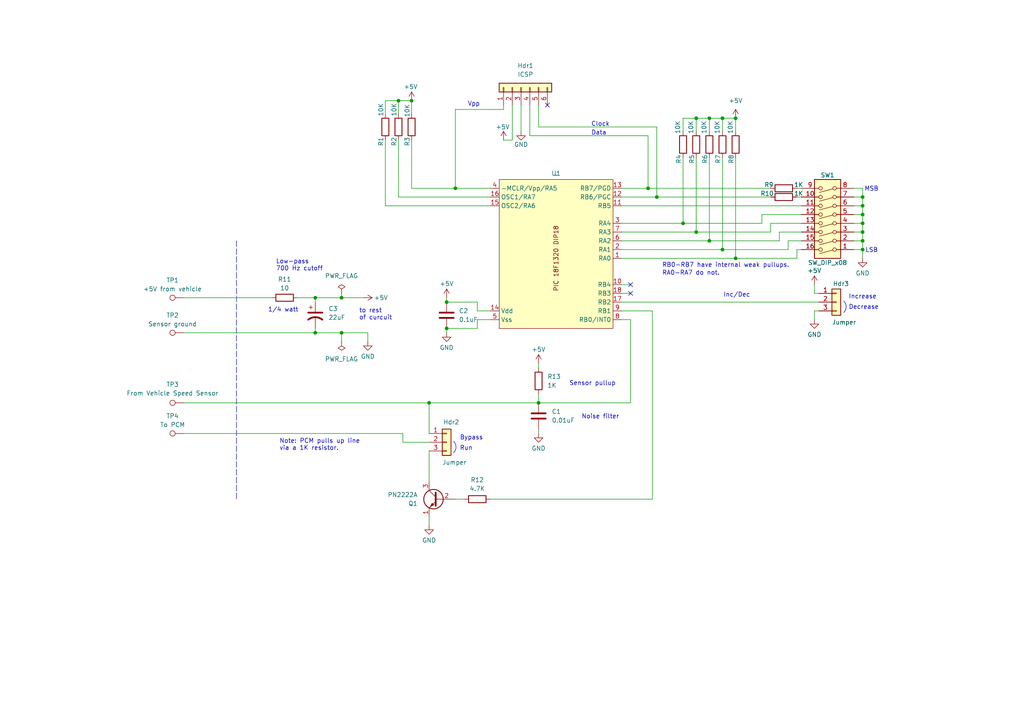
<source format=kicad_sch>
(kicad_sch (version 20230121) (generator eeschema)

  (uuid a320605b-0593-4dde-bf49-332e6e1a5ba6)

  (paper "A4")

  (title_block
    (title "Speedometer Corrector")
    (date "2025-07-31")
    (rev "1.00")
    (comment 1 "Copyright 2025 Dale A. Keller (OldBuzzard), Licensed under CERN-OHL-S version 2.")
    (comment 2 "Digital speedometer corrector, originally for Jeep Wrangler TJ (1997-2006).")
  )

  (lib_symbols
    (symbol "Connector:TestPoint" (pin_numbers hide) (pin_names (offset 0.762) hide) (in_bom yes) (on_board yes)
      (property "Reference" "TP" (at 0 6.858 0)
        (effects (font (size 1.27 1.27)))
      )
      (property "Value" "TestPoint" (at 0 5.08 0)
        (effects (font (size 1.27 1.27)))
      )
      (property "Footprint" "" (at 5.08 0 0)
        (effects (font (size 1.27 1.27)) hide)
      )
      (property "Datasheet" "~" (at 5.08 0 0)
        (effects (font (size 1.27 1.27)) hide)
      )
      (property "ki_keywords" "test point tp" (at 0 0 0)
        (effects (font (size 1.27 1.27)) hide)
      )
      (property "ki_description" "test point" (at 0 0 0)
        (effects (font (size 1.27 1.27)) hide)
      )
      (property "ki_fp_filters" "Pin* Test*" (at 0 0 0)
        (effects (font (size 1.27 1.27)) hide)
      )
      (symbol "TestPoint_0_1"
        (circle (center 0 3.302) (radius 0.762)
          (stroke (width 0) (type default))
          (fill (type none))
        )
      )
      (symbol "TestPoint_1_1"
        (pin passive line (at 0 0 90) (length 2.54)
          (name "1" (effects (font (size 1.27 1.27))))
          (number "1" (effects (font (size 1.27 1.27))))
        )
      )
    )
    (symbol "Connector_Generic:Conn_01x03" (pin_names (offset 1.016) hide) (in_bom yes) (on_board yes)
      (property "Reference" "J" (at 0 5.08 0)
        (effects (font (size 1.27 1.27)))
      )
      (property "Value" "Conn_01x03" (at 0 -5.08 0)
        (effects (font (size 1.27 1.27)))
      )
      (property "Footprint" "" (at 0 0 0)
        (effects (font (size 1.27 1.27)) hide)
      )
      (property "Datasheet" "~" (at 0 0 0)
        (effects (font (size 1.27 1.27)) hide)
      )
      (property "ki_keywords" "connector" (at 0 0 0)
        (effects (font (size 1.27 1.27)) hide)
      )
      (property "ki_description" "Generic connector, single row, 01x03, script generated (kicad-library-utils/schlib/autogen/connector/)" (at 0 0 0)
        (effects (font (size 1.27 1.27)) hide)
      )
      (property "ki_fp_filters" "Connector*:*_1x??_*" (at 0 0 0)
        (effects (font (size 1.27 1.27)) hide)
      )
      (symbol "Conn_01x03_1_1"
        (rectangle (start -1.27 -2.413) (end 0 -2.667)
          (stroke (width 0.1524) (type default))
          (fill (type none))
        )
        (rectangle (start -1.27 0.127) (end 0 -0.127)
          (stroke (width 0.1524) (type default))
          (fill (type none))
        )
        (rectangle (start -1.27 2.667) (end 0 2.413)
          (stroke (width 0.1524) (type default))
          (fill (type none))
        )
        (rectangle (start -1.27 3.81) (end 1.27 -3.81)
          (stroke (width 0.254) (type default))
          (fill (type background))
        )
        (pin passive line (at -5.08 2.54 0) (length 3.81)
          (name "Pin_1" (effects (font (size 1.27 1.27))))
          (number "1" (effects (font (size 1.27 1.27))))
        )
        (pin passive line (at -5.08 0 0) (length 3.81)
          (name "Pin_2" (effects (font (size 1.27 1.27))))
          (number "2" (effects (font (size 1.27 1.27))))
        )
        (pin passive line (at -5.08 -2.54 0) (length 3.81)
          (name "Pin_3" (effects (font (size 1.27 1.27))))
          (number "3" (effects (font (size 1.27 1.27))))
        )
      )
    )
    (symbol "Connector_Generic:Conn_01x06" (pin_names (offset 1.016) hide) (in_bom yes) (on_board yes)
      (property "Reference" "J" (at 0 7.62 0)
        (effects (font (size 1.27 1.27)))
      )
      (property "Value" "Conn_01x06" (at 0 -10.16 0)
        (effects (font (size 1.27 1.27)))
      )
      (property "Footprint" "" (at 0 0 0)
        (effects (font (size 1.27 1.27)) hide)
      )
      (property "Datasheet" "~" (at 0 0 0)
        (effects (font (size 1.27 1.27)) hide)
      )
      (property "ki_keywords" "connector" (at 0 0 0)
        (effects (font (size 1.27 1.27)) hide)
      )
      (property "ki_description" "Generic connector, single row, 01x06, script generated (kicad-library-utils/schlib/autogen/connector/)" (at 0 0 0)
        (effects (font (size 1.27 1.27)) hide)
      )
      (property "ki_fp_filters" "Connector*:*_1x??_*" (at 0 0 0)
        (effects (font (size 1.27 1.27)) hide)
      )
      (symbol "Conn_01x06_1_1"
        (rectangle (start -1.27 -7.493) (end 0 -7.747)
          (stroke (width 0.1524) (type default))
          (fill (type none))
        )
        (rectangle (start -1.27 -4.953) (end 0 -5.207)
          (stroke (width 0.1524) (type default))
          (fill (type none))
        )
        (rectangle (start -1.27 -2.413) (end 0 -2.667)
          (stroke (width 0.1524) (type default))
          (fill (type none))
        )
        (rectangle (start -1.27 0.127) (end 0 -0.127)
          (stroke (width 0.1524) (type default))
          (fill (type none))
        )
        (rectangle (start -1.27 2.667) (end 0 2.413)
          (stroke (width 0.1524) (type default))
          (fill (type none))
        )
        (rectangle (start -1.27 5.207) (end 0 4.953)
          (stroke (width 0.1524) (type default))
          (fill (type none))
        )
        (rectangle (start -1.27 6.35) (end 1.27 -8.89)
          (stroke (width 0.254) (type default))
          (fill (type background))
        )
        (pin passive line (at -5.08 5.08 0) (length 3.81)
          (name "Pin_1" (effects (font (size 1.27 1.27))))
          (number "1" (effects (font (size 1.27 1.27))))
        )
        (pin passive line (at -5.08 2.54 0) (length 3.81)
          (name "Pin_2" (effects (font (size 1.27 1.27))))
          (number "2" (effects (font (size 1.27 1.27))))
        )
        (pin passive line (at -5.08 0 0) (length 3.81)
          (name "Pin_3" (effects (font (size 1.27 1.27))))
          (number "3" (effects (font (size 1.27 1.27))))
        )
        (pin passive line (at -5.08 -2.54 0) (length 3.81)
          (name "Pin_4" (effects (font (size 1.27 1.27))))
          (number "4" (effects (font (size 1.27 1.27))))
        )
        (pin passive line (at -5.08 -5.08 0) (length 3.81)
          (name "Pin_5" (effects (font (size 1.27 1.27))))
          (number "5" (effects (font (size 1.27 1.27))))
        )
        (pin passive line (at -5.08 -7.62 0) (length 3.81)
          (name "Pin_6" (effects (font (size 1.27 1.27))))
          (number "6" (effects (font (size 1.27 1.27))))
        )
      )
    )
    (symbol "Device:C" (pin_numbers hide) (pin_names (offset 0.254)) (in_bom yes) (on_board yes)
      (property "Reference" "C" (at 0.635 2.54 0)
        (effects (font (size 1.27 1.27)) (justify left))
      )
      (property "Value" "C" (at 0.635 -2.54 0)
        (effects (font (size 1.27 1.27)) (justify left))
      )
      (property "Footprint" "" (at 0.9652 -3.81 0)
        (effects (font (size 1.27 1.27)) hide)
      )
      (property "Datasheet" "~" (at 0 0 0)
        (effects (font (size 1.27 1.27)) hide)
      )
      (property "ki_keywords" "cap capacitor" (at 0 0 0)
        (effects (font (size 1.27 1.27)) hide)
      )
      (property "ki_description" "Unpolarized capacitor" (at 0 0 0)
        (effects (font (size 1.27 1.27)) hide)
      )
      (property "ki_fp_filters" "C_*" (at 0 0 0)
        (effects (font (size 1.27 1.27)) hide)
      )
      (symbol "C_0_1"
        (polyline
          (pts
            (xy -2.032 -0.762)
            (xy 2.032 -0.762)
          )
          (stroke (width 0.508) (type default))
          (fill (type none))
        )
        (polyline
          (pts
            (xy -2.032 0.762)
            (xy 2.032 0.762)
          )
          (stroke (width 0.508) (type default))
          (fill (type none))
        )
      )
      (symbol "C_1_1"
        (pin passive line (at 0 3.81 270) (length 2.794)
          (name "~" (effects (font (size 1.27 1.27))))
          (number "1" (effects (font (size 1.27 1.27))))
        )
        (pin passive line (at 0 -3.81 90) (length 2.794)
          (name "~" (effects (font (size 1.27 1.27))))
          (number "2" (effects (font (size 1.27 1.27))))
        )
      )
    )
    (symbol "Device:C_Polarized_US" (pin_numbers hide) (pin_names (offset 0.254) hide) (in_bom yes) (on_board yes)
      (property "Reference" "C" (at 0.635 2.54 0)
        (effects (font (size 1.27 1.27)) (justify left))
      )
      (property "Value" "C_Polarized_US" (at 0.635 -2.54 0)
        (effects (font (size 1.27 1.27)) (justify left))
      )
      (property "Footprint" "" (at 0 0 0)
        (effects (font (size 1.27 1.27)) hide)
      )
      (property "Datasheet" "~" (at 0 0 0)
        (effects (font (size 1.27 1.27)) hide)
      )
      (property "ki_keywords" "cap capacitor" (at 0 0 0)
        (effects (font (size 1.27 1.27)) hide)
      )
      (property "ki_description" "Polarized capacitor, US symbol" (at 0 0 0)
        (effects (font (size 1.27 1.27)) hide)
      )
      (property "ki_fp_filters" "CP_*" (at 0 0 0)
        (effects (font (size 1.27 1.27)) hide)
      )
      (symbol "C_Polarized_US_0_1"
        (polyline
          (pts
            (xy -2.032 0.762)
            (xy 2.032 0.762)
          )
          (stroke (width 0.508) (type default))
          (fill (type none))
        )
        (polyline
          (pts
            (xy -1.778 2.286)
            (xy -0.762 2.286)
          )
          (stroke (width 0) (type default))
          (fill (type none))
        )
        (polyline
          (pts
            (xy -1.27 1.778)
            (xy -1.27 2.794)
          )
          (stroke (width 0) (type default))
          (fill (type none))
        )
        (arc (start 2.032 -1.27) (mid 0 -0.5572) (end -2.032 -1.27)
          (stroke (width 0.508) (type default))
          (fill (type none))
        )
      )
      (symbol "C_Polarized_US_1_1"
        (pin passive line (at 0 3.81 270) (length 2.794)
          (name "~" (effects (font (size 1.27 1.27))))
          (number "1" (effects (font (size 1.27 1.27))))
        )
        (pin passive line (at 0 -3.81 90) (length 3.302)
          (name "~" (effects (font (size 1.27 1.27))))
          (number "2" (effects (font (size 1.27 1.27))))
        )
      )
    )
    (symbol "Device:R" (pin_numbers hide) (pin_names (offset 0)) (in_bom yes) (on_board yes)
      (property "Reference" "R" (at 2.032 0 90)
        (effects (font (size 1.27 1.27)))
      )
      (property "Value" "R" (at 0 0 90)
        (effects (font (size 1.27 1.27)))
      )
      (property "Footprint" "" (at -1.778 0 90)
        (effects (font (size 1.27 1.27)) hide)
      )
      (property "Datasheet" "~" (at 0 0 0)
        (effects (font (size 1.27 1.27)) hide)
      )
      (property "ki_keywords" "R res resistor" (at 0 0 0)
        (effects (font (size 1.27 1.27)) hide)
      )
      (property "ki_description" "Resistor" (at 0 0 0)
        (effects (font (size 1.27 1.27)) hide)
      )
      (property "ki_fp_filters" "R_*" (at 0 0 0)
        (effects (font (size 1.27 1.27)) hide)
      )
      (symbol "R_0_1"
        (rectangle (start -1.016 -2.54) (end 1.016 2.54)
          (stroke (width 0.254) (type default))
          (fill (type none))
        )
      )
      (symbol "R_1_1"
        (pin passive line (at 0 3.81 270) (length 1.27)
          (name "~" (effects (font (size 1.27 1.27))))
          (number "1" (effects (font (size 1.27 1.27))))
        )
        (pin passive line (at 0 -3.81 90) (length 1.27)
          (name "~" (effects (font (size 1.27 1.27))))
          (number "2" (effects (font (size 1.27 1.27))))
        )
      )
    )
    (symbol "Microchip_PIC_18F1320_DIP18:Microchip_PIC_18F1320_DIP18" (in_bom yes) (on_board yes)
      (property "Reference" "U" (at 0 22.86 0)
        (effects (font (size 1.27 1.27)))
      )
      (property "Value" "" (at 0 22.86 0)
        (effects (font (size 1.27 1.27)))
      )
      (property "Footprint" "" (at 0 22.86 0)
        (effects (font (size 1.27 1.27)) hide)
      )
      (property "Datasheet" "" (at 0 22.86 0)
        (effects (font (size 1.27 1.27)) hide)
      )
      (symbol "Microchip_PIC_18F1320_DIP18_1_1"
        (rectangle (start -16.51 21.59) (end 16.51 -21.59)
          (stroke (width 0) (type default))
          (fill (type background))
        )
        (text "PIC 18F1320 DIP18" (at 0 -1.27 900)
          (effects (font (size 1.27 1.27)))
        )
        (pin bidirectional line (at 19.05 -1.27 180) (length 2.54)
          (name "RA0" (effects (font (size 1.27 1.27))))
          (number "1" (effects (font (size 1.27 1.27))))
        )
        (pin bidirectional line (at 19.05 -8.89 180) (length 2.54)
          (name "RB4" (effects (font (size 1.27 1.27))))
          (number "10" (effects (font (size 1.27 1.27))))
        )
        (pin bidirectional line (at 19.05 13.97 180) (length 2.54)
          (name "RB5" (effects (font (size 1.27 1.27))))
          (number "11" (effects (font (size 1.27 1.27))))
        )
        (pin bidirectional line (at 19.05 16.51 180) (length 2.54)
          (name "RB6/PGC" (effects (font (size 1.27 1.27))))
          (number "12" (effects (font (size 1.27 1.27))))
        )
        (pin bidirectional line (at 19.05 19.05 180) (length 2.54)
          (name "RB7/PGD" (effects (font (size 1.27 1.27))))
          (number "13" (effects (font (size 1.27 1.27))))
        )
        (pin power_in line (at -19.05 -16.51 0) (length 2.54)
          (name "Vdd" (effects (font (size 1.27 1.27))))
          (number "14" (effects (font (size 1.27 1.27))))
        )
        (pin bidirectional line (at -19.05 13.97 0) (length 2.54)
          (name "OSC2/RA6" (effects (font (size 1.27 1.27))))
          (number "15" (effects (font (size 1.27 1.27))))
        )
        (pin bidirectional line (at -19.05 16.51 0) (length 2.54)
          (name "OSC1/RA7" (effects (font (size 1.27 1.27))))
          (number "16" (effects (font (size 1.27 1.27))))
        )
        (pin bidirectional line (at 19.05 -13.97 180) (length 2.54)
          (name "RB2" (effects (font (size 1.27 1.27))))
          (number "17" (effects (font (size 1.27 1.27))))
        )
        (pin bidirectional line (at 19.05 -11.43 180) (length 2.54)
          (name "RB3" (effects (font (size 1.27 1.27))))
          (number "18" (effects (font (size 1.27 1.27))))
        )
        (pin bidirectional line (at 19.05 1.27 180) (length 2.54)
          (name "RA1" (effects (font (size 1.27 1.27))))
          (number "2" (effects (font (size 1.27 1.27))))
        )
        (pin bidirectional line (at 19.05 8.89 180) (length 2.54)
          (name "RA4" (effects (font (size 1.27 1.27))))
          (number "3" (effects (font (size 1.27 1.27))))
        )
        (pin input line (at -19.05 19.05 0) (length 2.54)
          (name "-MCLR/Vpp/RA5" (effects (font (size 1.27 1.27))))
          (number "4" (effects (font (size 1.27 1.27))))
        )
        (pin power_in line (at -19.05 -19.05 0) (length 2.54)
          (name "Vss" (effects (font (size 1.27 1.27))))
          (number "5" (effects (font (size 1.27 1.27))))
        )
        (pin bidirectional line (at 19.05 3.81 180) (length 2.54)
          (name "RA2" (effects (font (size 1.27 1.27))))
          (number "6" (effects (font (size 1.27 1.27))))
        )
        (pin bidirectional line (at 19.05 6.35 180) (length 2.54)
          (name "RA3" (effects (font (size 1.27 1.27))))
          (number "7" (effects (font (size 1.27 1.27))))
        )
        (pin bidirectional line (at 19.05 -19.05 180) (length 2.54)
          (name "RB0/INT0" (effects (font (size 1.27 1.27))))
          (number "8" (effects (font (size 1.27 1.27))))
        )
        (pin bidirectional line (at 19.05 -16.51 180) (length 2.54)
          (name "RB1" (effects (font (size 1.27 1.27))))
          (number "9" (effects (font (size 1.27 1.27))))
        )
      )
    )
    (symbol "Switch:SW_DIP_x08" (pin_names (offset 0) hide) (in_bom yes) (on_board yes)
      (property "Reference" "SW" (at 0 13.97 0)
        (effects (font (size 1.27 1.27)))
      )
      (property "Value" "SW_DIP_x08" (at 0 -11.43 0)
        (effects (font (size 1.27 1.27)))
      )
      (property "Footprint" "" (at 0 0 0)
        (effects (font (size 1.27 1.27)) hide)
      )
      (property "Datasheet" "~" (at 0 0 0)
        (effects (font (size 1.27 1.27)) hide)
      )
      (property "ki_keywords" "dip switch" (at 0 0 0)
        (effects (font (size 1.27 1.27)) hide)
      )
      (property "ki_description" "8x DIP Switch, Single Pole Single Throw (SPST) switch, small symbol" (at 0 0 0)
        (effects (font (size 1.27 1.27)) hide)
      )
      (property "ki_fp_filters" "SW?DIP?x8*" (at 0 0 0)
        (effects (font (size 1.27 1.27)) hide)
      )
      (symbol "SW_DIP_x08_0_0"
        (circle (center -2.032 -7.62) (radius 0.508)
          (stroke (width 0) (type default))
          (fill (type none))
        )
        (circle (center -2.032 -5.08) (radius 0.508)
          (stroke (width 0) (type default))
          (fill (type none))
        )
        (circle (center -2.032 -2.54) (radius 0.508)
          (stroke (width 0) (type default))
          (fill (type none))
        )
        (circle (center -2.032 0) (radius 0.508)
          (stroke (width 0) (type default))
          (fill (type none))
        )
        (circle (center -2.032 2.54) (radius 0.508)
          (stroke (width 0) (type default))
          (fill (type none))
        )
        (circle (center -2.032 5.08) (radius 0.508)
          (stroke (width 0) (type default))
          (fill (type none))
        )
        (circle (center -2.032 7.62) (radius 0.508)
          (stroke (width 0) (type default))
          (fill (type none))
        )
        (circle (center -2.032 10.16) (radius 0.508)
          (stroke (width 0) (type default))
          (fill (type none))
        )
        (polyline
          (pts
            (xy -1.524 -7.4676)
            (xy 2.3622 -6.4262)
          )
          (stroke (width 0) (type default))
          (fill (type none))
        )
        (polyline
          (pts
            (xy -1.524 -4.9276)
            (xy 2.3622 -3.8862)
          )
          (stroke (width 0) (type default))
          (fill (type none))
        )
        (polyline
          (pts
            (xy -1.524 -2.3876)
            (xy 2.3622 -1.3462)
          )
          (stroke (width 0) (type default))
          (fill (type none))
        )
        (polyline
          (pts
            (xy -1.524 0.127)
            (xy 2.3622 1.1684)
          )
          (stroke (width 0) (type default))
          (fill (type none))
        )
        (polyline
          (pts
            (xy -1.524 2.667)
            (xy 2.3622 3.7084)
          )
          (stroke (width 0) (type default))
          (fill (type none))
        )
        (polyline
          (pts
            (xy -1.524 5.207)
            (xy 2.3622 6.2484)
          )
          (stroke (width 0) (type default))
          (fill (type none))
        )
        (polyline
          (pts
            (xy -1.524 7.747)
            (xy 2.3622 8.7884)
          )
          (stroke (width 0) (type default))
          (fill (type none))
        )
        (polyline
          (pts
            (xy -1.524 10.287)
            (xy 2.3622 11.3284)
          )
          (stroke (width 0) (type default))
          (fill (type none))
        )
        (circle (center 2.032 -7.62) (radius 0.508)
          (stroke (width 0) (type default))
          (fill (type none))
        )
        (circle (center 2.032 -5.08) (radius 0.508)
          (stroke (width 0) (type default))
          (fill (type none))
        )
        (circle (center 2.032 -2.54) (radius 0.508)
          (stroke (width 0) (type default))
          (fill (type none))
        )
        (circle (center 2.032 0) (radius 0.508)
          (stroke (width 0) (type default))
          (fill (type none))
        )
        (circle (center 2.032 2.54) (radius 0.508)
          (stroke (width 0) (type default))
          (fill (type none))
        )
        (circle (center 2.032 5.08) (radius 0.508)
          (stroke (width 0) (type default))
          (fill (type none))
        )
        (circle (center 2.032 7.62) (radius 0.508)
          (stroke (width 0) (type default))
          (fill (type none))
        )
        (circle (center 2.032 10.16) (radius 0.508)
          (stroke (width 0) (type default))
          (fill (type none))
        )
      )
      (symbol "SW_DIP_x08_0_1"
        (rectangle (start -3.81 12.7) (end 3.81 -10.16)
          (stroke (width 0.254) (type default))
          (fill (type background))
        )
      )
      (symbol "SW_DIP_x08_1_1"
        (pin passive line (at -7.62 10.16 0) (length 5.08)
          (name "~" (effects (font (size 1.27 1.27))))
          (number "1" (effects (font (size 1.27 1.27))))
        )
        (pin passive line (at 7.62 -5.08 180) (length 5.08)
          (name "~" (effects (font (size 1.27 1.27))))
          (number "10" (effects (font (size 1.27 1.27))))
        )
        (pin passive line (at 7.62 -2.54 180) (length 5.08)
          (name "~" (effects (font (size 1.27 1.27))))
          (number "11" (effects (font (size 1.27 1.27))))
        )
        (pin passive line (at 7.62 0 180) (length 5.08)
          (name "~" (effects (font (size 1.27 1.27))))
          (number "12" (effects (font (size 1.27 1.27))))
        )
        (pin passive line (at 7.62 2.54 180) (length 5.08)
          (name "~" (effects (font (size 1.27 1.27))))
          (number "13" (effects (font (size 1.27 1.27))))
        )
        (pin passive line (at 7.62 5.08 180) (length 5.08)
          (name "~" (effects (font (size 1.27 1.27))))
          (number "14" (effects (font (size 1.27 1.27))))
        )
        (pin passive line (at 7.62 7.62 180) (length 5.08)
          (name "~" (effects (font (size 1.27 1.27))))
          (number "15" (effects (font (size 1.27 1.27))))
        )
        (pin passive line (at 7.62 10.16 180) (length 5.08)
          (name "~" (effects (font (size 1.27 1.27))))
          (number "16" (effects (font (size 1.27 1.27))))
        )
        (pin passive line (at -7.62 7.62 0) (length 5.08)
          (name "~" (effects (font (size 1.27 1.27))))
          (number "2" (effects (font (size 1.27 1.27))))
        )
        (pin passive line (at -7.62 5.08 0) (length 5.08)
          (name "~" (effects (font (size 1.27 1.27))))
          (number "3" (effects (font (size 1.27 1.27))))
        )
        (pin passive line (at -7.62 2.54 0) (length 5.08)
          (name "~" (effects (font (size 1.27 1.27))))
          (number "4" (effects (font (size 1.27 1.27))))
        )
        (pin passive line (at -7.62 0 0) (length 5.08)
          (name "~" (effects (font (size 1.27 1.27))))
          (number "5" (effects (font (size 1.27 1.27))))
        )
        (pin passive line (at -7.62 -2.54 0) (length 5.08)
          (name "~" (effects (font (size 1.27 1.27))))
          (number "6" (effects (font (size 1.27 1.27))))
        )
        (pin passive line (at -7.62 -5.08 0) (length 5.08)
          (name "~" (effects (font (size 1.27 1.27))))
          (number "7" (effects (font (size 1.27 1.27))))
        )
        (pin passive line (at -7.62 -7.62 0) (length 5.08)
          (name "~" (effects (font (size 1.27 1.27))))
          (number "8" (effects (font (size 1.27 1.27))))
        )
        (pin passive line (at 7.62 -7.62 180) (length 5.08)
          (name "~" (effects (font (size 1.27 1.27))))
          (number "9" (effects (font (size 1.27 1.27))))
        )
      )
    )
    (symbol "Transistor_BJT:PN2222A" (pin_names (offset 0) hide) (in_bom yes) (on_board yes)
      (property "Reference" "Q" (at 5.08 1.905 0)
        (effects (font (size 1.27 1.27)) (justify left))
      )
      (property "Value" "PN2222A" (at 5.08 0 0)
        (effects (font (size 1.27 1.27)) (justify left))
      )
      (property "Footprint" "Package_TO_SOT_THT:TO-92_Inline" (at 5.08 -1.905 0)
        (effects (font (size 1.27 1.27) italic) (justify left) hide)
      )
      (property "Datasheet" "https://www.onsemi.com/pub/Collateral/PN2222-D.PDF" (at 0 0 0)
        (effects (font (size 1.27 1.27)) (justify left) hide)
      )
      (property "ki_keywords" "NPN Transistor" (at 0 0 0)
        (effects (font (size 1.27 1.27)) hide)
      )
      (property "ki_description" "1A Ic, 40V Vce, NPN Transistor, General Purpose Transistor, TO-92" (at 0 0 0)
        (effects (font (size 1.27 1.27)) hide)
      )
      (property "ki_fp_filters" "TO?92*" (at 0 0 0)
        (effects (font (size 1.27 1.27)) hide)
      )
      (symbol "PN2222A_0_1"
        (polyline
          (pts
            (xy 0 0)
            (xy 0.635 0)
          )
          (stroke (width 0) (type default))
          (fill (type none))
        )
        (polyline
          (pts
            (xy 2.54 -2.54)
            (xy 0.635 -0.635)
          )
          (stroke (width 0) (type default))
          (fill (type none))
        )
        (polyline
          (pts
            (xy 2.54 2.54)
            (xy 0.635 0.635)
          )
          (stroke (width 0) (type default))
          (fill (type none))
        )
        (polyline
          (pts
            (xy 0.635 1.905)
            (xy 0.635 -1.905)
            (xy 0.635 -1.905)
          )
          (stroke (width 0.508) (type default))
          (fill (type none))
        )
        (polyline
          (pts
            (xy 2.413 -2.413)
            (xy 1.905 -1.905)
            (xy 1.905 -1.905)
          )
          (stroke (width 0) (type default))
          (fill (type none))
        )
        (polyline
          (pts
            (xy 1.143 -1.651)
            (xy 1.651 -1.143)
            (xy 2.159 -2.159)
            (xy 1.143 -1.651)
            (xy 1.143 -1.651)
          )
          (stroke (width 0) (type default))
          (fill (type outline))
        )
        (circle (center 1.27 0) (radius 2.8194)
          (stroke (width 0.254) (type default))
          (fill (type none))
        )
      )
      (symbol "PN2222A_1_1"
        (pin passive line (at 2.54 -5.08 90) (length 2.54)
          (name "E" (effects (font (size 1.27 1.27))))
          (number "1" (effects (font (size 1.27 1.27))))
        )
        (pin input line (at -5.08 0 0) (length 5.08)
          (name "B" (effects (font (size 1.27 1.27))))
          (number "2" (effects (font (size 1.27 1.27))))
        )
        (pin passive line (at 2.54 5.08 270) (length 2.54)
          (name "C" (effects (font (size 1.27 1.27))))
          (number "3" (effects (font (size 1.27 1.27))))
        )
      )
    )
    (symbol "power:+5V" (power) (pin_names (offset 0)) (in_bom yes) (on_board yes)
      (property "Reference" "#PWR" (at 0 -3.81 0)
        (effects (font (size 1.27 1.27)) hide)
      )
      (property "Value" "+5V" (at 0 3.556 0)
        (effects (font (size 1.27 1.27)))
      )
      (property "Footprint" "" (at 0 0 0)
        (effects (font (size 1.27 1.27)) hide)
      )
      (property "Datasheet" "" (at 0 0 0)
        (effects (font (size 1.27 1.27)) hide)
      )
      (property "ki_keywords" "global power" (at 0 0 0)
        (effects (font (size 1.27 1.27)) hide)
      )
      (property "ki_description" "Power symbol creates a global label with name \"+5V\"" (at 0 0 0)
        (effects (font (size 1.27 1.27)) hide)
      )
      (symbol "+5V_0_1"
        (polyline
          (pts
            (xy -0.762 1.27)
            (xy 0 2.54)
          )
          (stroke (width 0) (type default))
          (fill (type none))
        )
        (polyline
          (pts
            (xy 0 0)
            (xy 0 2.54)
          )
          (stroke (width 0) (type default))
          (fill (type none))
        )
        (polyline
          (pts
            (xy 0 2.54)
            (xy 0.762 1.27)
          )
          (stroke (width 0) (type default))
          (fill (type none))
        )
      )
      (symbol "+5V_1_1"
        (pin power_in line (at 0 0 90) (length 0) hide
          (name "+5V" (effects (font (size 1.27 1.27))))
          (number "1" (effects (font (size 1.27 1.27))))
        )
      )
    )
    (symbol "power:GND" (power) (pin_names (offset 0)) (in_bom yes) (on_board yes)
      (property "Reference" "#PWR" (at 0 -6.35 0)
        (effects (font (size 1.27 1.27)) hide)
      )
      (property "Value" "GND" (at 0 -3.81 0)
        (effects (font (size 1.27 1.27)))
      )
      (property "Footprint" "" (at 0 0 0)
        (effects (font (size 1.27 1.27)) hide)
      )
      (property "Datasheet" "" (at 0 0 0)
        (effects (font (size 1.27 1.27)) hide)
      )
      (property "ki_keywords" "global power" (at 0 0 0)
        (effects (font (size 1.27 1.27)) hide)
      )
      (property "ki_description" "Power symbol creates a global label with name \"GND\" , ground" (at 0 0 0)
        (effects (font (size 1.27 1.27)) hide)
      )
      (symbol "GND_0_1"
        (polyline
          (pts
            (xy 0 0)
            (xy 0 -1.27)
            (xy 1.27 -1.27)
            (xy 0 -2.54)
            (xy -1.27 -1.27)
            (xy 0 -1.27)
          )
          (stroke (width 0) (type default))
          (fill (type none))
        )
      )
      (symbol "GND_1_1"
        (pin power_in line (at 0 0 270) (length 0) hide
          (name "GND" (effects (font (size 1.27 1.27))))
          (number "1" (effects (font (size 1.27 1.27))))
        )
      )
    )
    (symbol "power:PWR_FLAG" (power) (pin_numbers hide) (pin_names (offset 0) hide) (in_bom yes) (on_board yes)
      (property "Reference" "#FLG" (at 0 1.905 0)
        (effects (font (size 1.27 1.27)) hide)
      )
      (property "Value" "PWR_FLAG" (at 0 3.81 0)
        (effects (font (size 1.27 1.27)))
      )
      (property "Footprint" "" (at 0 0 0)
        (effects (font (size 1.27 1.27)) hide)
      )
      (property "Datasheet" "~" (at 0 0 0)
        (effects (font (size 1.27 1.27)) hide)
      )
      (property "ki_keywords" "flag power" (at 0 0 0)
        (effects (font (size 1.27 1.27)) hide)
      )
      (property "ki_description" "Special symbol for telling ERC where power comes from" (at 0 0 0)
        (effects (font (size 1.27 1.27)) hide)
      )
      (symbol "PWR_FLAG_0_0"
        (pin power_out line (at 0 0 90) (length 0)
          (name "pwr" (effects (font (size 1.27 1.27))))
          (number "1" (effects (font (size 1.27 1.27))))
        )
      )
      (symbol "PWR_FLAG_0_1"
        (polyline
          (pts
            (xy 0 0)
            (xy 0 1.27)
            (xy -1.016 1.905)
            (xy 0 2.54)
            (xy 1.016 1.905)
            (xy 0 1.27)
          )
          (stroke (width 0) (type default))
          (fill (type none))
        )
      )
    )
  )

  (junction (at 213.36 74.93) (diameter 0) (color 0 0 0 0)
    (uuid 10082b38-e787-4323-b33f-2151083b9516)
  )
  (junction (at 115.57 29.21) (diameter 0) (color 0 0 0 0)
    (uuid 14532a79-60a6-4738-b5bb-0aa8787f42a9)
  )
  (junction (at 250.19 59.69) (diameter 0) (color 0 0 0 0)
    (uuid 1879cdf2-f16d-450b-aa0a-b39517a03abd)
  )
  (junction (at 99.06 96.52) (diameter 0) (color 0 0 0 0)
    (uuid 1d0fba74-064b-441b-8a5a-d4adec56a329)
  )
  (junction (at 198.12 64.77) (diameter 0) (color 0 0 0 0)
    (uuid 2200abc6-3cbf-4686-aefe-5df35f8f4650)
  )
  (junction (at 156.21 116.84) (diameter 0) (color 0 0 0 0)
    (uuid 2d399595-0476-41ef-84c6-8d7b87fc081b)
  )
  (junction (at 205.74 69.85) (diameter 0) (color 0 0 0 0)
    (uuid 33da9d58-bd69-47f0-8c44-023f60d39e9b)
  )
  (junction (at 187.96 54.61) (diameter 0) (color 0 0 0 0)
    (uuid 3f6caa25-78ef-4d9f-a072-7e980758892a)
  )
  (junction (at 190.5 57.15) (diameter 0) (color 0 0 0 0)
    (uuid 41dd1e12-eacf-429b-9974-ccdcff2e9967)
  )
  (junction (at 201.93 34.29) (diameter 0) (color 0 0 0 0)
    (uuid 470f4202-fbe5-4430-bc89-539c030b3624)
  )
  (junction (at 124.46 116.84) (diameter 0) (color 0 0 0 0)
    (uuid 55a41142-1602-47da-9109-1616b84aa058)
  )
  (junction (at 99.06 86.36) (diameter 0) (color 0 0 0 0)
    (uuid 5816c5cb-9230-4154-a4f9-1819b97ceb69)
  )
  (junction (at 129.54 87.63) (diameter 0) (color 0 0 0 0)
    (uuid 5e07068a-6eed-4132-a40b-1800a0bf5c4d)
  )
  (junction (at 91.44 96.52) (diameter 0) (color 0 0 0 0)
    (uuid 6680ca42-a2f5-4771-9af7-0edc1aa54f3c)
  )
  (junction (at 250.19 67.31) (diameter 0) (color 0 0 0 0)
    (uuid 6a73d6fe-0b1a-4676-9f13-5dbdec968b01)
  )
  (junction (at 132.08 54.61) (diameter 0) (color 0 0 0 0)
    (uuid 72013d6e-c1e6-443d-b5d4-bdd7a749a2f7)
  )
  (junction (at 213.36 34.29) (diameter 0) (color 0 0 0 0)
    (uuid 88e4e036-b122-4b60-aec2-a509eb41b0ab)
  )
  (junction (at 250.19 69.85) (diameter 0) (color 0 0 0 0)
    (uuid 8bd5dab6-fcb3-4aaa-9b9b-105a9ffaed5b)
  )
  (junction (at 209.55 72.39) (diameter 0) (color 0 0 0 0)
    (uuid 8efe929a-7ce3-40a8-80ba-215a6dfe4ca1)
  )
  (junction (at 250.19 72.39) (diameter 0) (color 0 0 0 0)
    (uuid a2844a69-e03c-4aad-a4ee-46cc4aac30ab)
  )
  (junction (at 119.38 29.21) (diameter 0) (color 0 0 0 0)
    (uuid ae614270-97f5-414e-940f-9966a634ff2b)
  )
  (junction (at 250.19 62.23) (diameter 0) (color 0 0 0 0)
    (uuid b06fdcde-5abb-47b4-a189-8c7b9bdee203)
  )
  (junction (at 250.19 57.15) (diameter 0) (color 0 0 0 0)
    (uuid b8533c8b-3879-4c34-ab68-24aec8b19c36)
  )
  (junction (at 201.93 67.31) (diameter 0) (color 0 0 0 0)
    (uuid c85951e3-4967-46b5-beb3-6a16e2ddcbe0)
  )
  (junction (at 209.55 34.29) (diameter 0) (color 0 0 0 0)
    (uuid ca322f64-f19e-422c-a121-8d2ca690eabf)
  )
  (junction (at 250.19 64.77) (diameter 0) (color 0 0 0 0)
    (uuid d54463a5-4495-4d16-a0b8-65eb60f10923)
  )
  (junction (at 129.54 95.25) (diameter 0) (color 0 0 0 0)
    (uuid e19897e9-6b2e-4bb0-a533-83a6e4ab0a3a)
  )
  (junction (at 205.74 34.29) (diameter 0) (color 0 0 0 0)
    (uuid f2467a9b-cab9-405e-bc79-11559a78ebbe)
  )
  (junction (at 91.44 86.36) (diameter 0) (color 0 0 0 0)
    (uuid f6510230-3189-4cfa-bb32-25ae8d5095c6)
  )

  (no_connect (at 158.75 30.48) (uuid 66a5a4b7-c82e-43c5-a55a-8b92016533ae))
  (no_connect (at 182.88 82.55) (uuid 972b22f7-04a3-42e2-9bff-2609f8eed19e))
  (no_connect (at 182.88 85.09) (uuid d74d27bd-0f1f-4a38-9c92-4aa139e75bb4))

  (wire (pts (xy 156.21 124.46) (xy 156.21 125.73))
    (stroke (width 0) (type default))
    (uuid 0296b5ed-9fe3-4f72-b00f-930d65118b4c)
  )
  (wire (pts (xy 220.98 62.23) (xy 232.41 62.23))
    (stroke (width 0) (type default))
    (uuid 06946250-a62e-4039-8451-fbd5519f1ead)
  )
  (wire (pts (xy 205.74 69.85) (xy 226.06 69.85))
    (stroke (width 0) (type default))
    (uuid 0932ec7d-1a56-4ebb-a7aa-58b1e004dbc7)
  )
  (wire (pts (xy 250.19 54.61) (xy 250.19 57.15))
    (stroke (width 0) (type default))
    (uuid 09aa08c6-86ef-484e-b94c-76880d9dd79d)
  )
  (wire (pts (xy 119.38 40.64) (xy 119.38 54.61))
    (stroke (width 0) (type default))
    (uuid 0a3371ff-dd01-4e93-a31b-ad325998c615)
  )
  (wire (pts (xy 180.34 87.63) (xy 237.49 87.63))
    (stroke (width 0) (type default))
    (uuid 0a4459e4-fab3-4f78-8937-7ecf4f500343)
  )
  (wire (pts (xy 209.55 38.1) (xy 209.55 34.29))
    (stroke (width 0) (type default))
    (uuid 0b52dd3e-92b9-4de7-9323-8212224dd56e)
  )
  (wire (pts (xy 201.93 38.1) (xy 201.93 34.29))
    (stroke (width 0) (type default))
    (uuid 0fbad0a3-47da-49c4-b9cd-253228b0b098)
  )
  (wire (pts (xy 201.93 67.31) (xy 223.52 67.31))
    (stroke (width 0) (type default))
    (uuid 10c4f6d8-895f-485c-85a0-cda8d9d75801)
  )
  (wire (pts (xy 129.54 95.25) (xy 138.43 95.25))
    (stroke (width 0) (type default))
    (uuid 116050d2-2df8-41b6-b646-d851b8cc63d9)
  )
  (wire (pts (xy 213.36 74.93) (xy 231.14 74.93))
    (stroke (width 0) (type default))
    (uuid 18b4cbe3-e559-45aa-aae7-5cc3a7d4b062)
  )
  (wire (pts (xy 247.65 69.85) (xy 250.19 69.85))
    (stroke (width 0) (type default))
    (uuid 1af74c23-8b4c-4037-a1c5-a3c757ac7a9d)
  )
  (wire (pts (xy 111.76 29.21) (xy 111.76 33.02))
    (stroke (width 0) (type default))
    (uuid 2468cffa-cb74-44fd-8b3a-e233d5b33e5c)
  )
  (wire (pts (xy 138.43 92.71) (xy 142.24 92.71))
    (stroke (width 0) (type default))
    (uuid 271dae29-11fb-4367-9ac8-dfa229c86861)
  )
  (wire (pts (xy 247.65 57.15) (xy 250.19 57.15))
    (stroke (width 0) (type default))
    (uuid 288049fb-f656-45be-b18c-2ca874312a08)
  )
  (wire (pts (xy 228.6 69.85) (xy 232.41 69.85))
    (stroke (width 0) (type default))
    (uuid 2a8b86f3-2d4c-4586-861c-a8b2496db674)
  )
  (wire (pts (xy 250.19 62.23) (xy 250.19 64.77))
    (stroke (width 0) (type default))
    (uuid 2b893425-b3c5-45e9-a0c7-7a7153fe87d3)
  )
  (wire (pts (xy 236.22 85.09) (xy 237.49 85.09))
    (stroke (width 0) (type default))
    (uuid 2d5354a4-0d0f-4217-a85d-4a0620fc0235)
  )
  (wire (pts (xy 99.06 85.09) (xy 99.06 86.36))
    (stroke (width 0) (type default))
    (uuid 2e311b6c-e536-4279-a406-c210ce111d64)
  )
  (wire (pts (xy 115.57 29.21) (xy 115.57 33.02))
    (stroke (width 0) (type default))
    (uuid 2f057ab3-23b0-463c-a2f8-5641b8eae092)
  )
  (wire (pts (xy 189.23 144.78) (xy 142.24 144.78))
    (stroke (width 0) (type default))
    (uuid 30f5d4b3-a375-4499-b149-940f2603d8d0)
  )
  (wire (pts (xy 99.06 86.36) (xy 105.41 86.36))
    (stroke (width 0) (type default))
    (uuid 327bf551-52b8-4d7d-9fd7-f8c4036cca6b)
  )
  (wire (pts (xy 205.74 69.85) (xy 180.34 69.85))
    (stroke (width 0) (type default))
    (uuid 33aa1922-4ba7-4156-b4a9-467896ac6b5c)
  )
  (wire (pts (xy 148.59 30.48) (xy 148.59 40.64))
    (stroke (width 0) (type default))
    (uuid 348082c7-6654-4576-b892-d3e809d7ea04)
  )
  (wire (pts (xy 213.36 45.72) (xy 213.36 74.93))
    (stroke (width 0) (type default))
    (uuid 358c8ead-913d-4d72-b383-5573e3913413)
  )
  (wire (pts (xy 91.44 86.36) (xy 91.44 87.63))
    (stroke (width 0) (type default))
    (uuid 37dfc356-fcc6-4e7e-a8a2-bcd5ec0ce933)
  )
  (wire (pts (xy 129.54 95.25) (xy 129.54 96.52))
    (stroke (width 0) (type default))
    (uuid 3ad7cf48-d0b7-4440-876f-7d913bed0eba)
  )
  (wire (pts (xy 231.14 54.61) (xy 232.41 54.61))
    (stroke (width 0) (type default))
    (uuid 3b323d47-28a9-49c4-8417-3f8a61c81eda)
  )
  (wire (pts (xy 201.93 67.31) (xy 180.34 67.31))
    (stroke (width 0) (type default))
    (uuid 3b91daee-e043-4ad2-a6c0-b99471057255)
  )
  (wire (pts (xy 124.46 125.73) (xy 124.46 116.84))
    (stroke (width 0) (type default))
    (uuid 3ea5f532-0a07-443a-8b69-b24587303d59)
  )
  (wire (pts (xy 132.08 144.78) (xy 134.62 144.78))
    (stroke (width 0) (type default))
    (uuid 41893c33-3c27-4ac5-9740-bfd0bac759a2)
  )
  (wire (pts (xy 111.76 59.69) (xy 142.24 59.69))
    (stroke (width 0) (type default))
    (uuid 43868f77-3a37-4945-998e-1a3ebe4e3314)
  )
  (wire (pts (xy 201.93 45.72) (xy 201.93 67.31))
    (stroke (width 0) (type default))
    (uuid 4c009d8d-b39b-48fd-924a-3086e4b8d6af)
  )
  (wire (pts (xy 111.76 59.69) (xy 111.76 40.64))
    (stroke (width 0) (type default))
    (uuid 4d236000-00f0-402f-8dda-41ae0eb92405)
  )
  (wire (pts (xy 132.08 31.75) (xy 132.08 54.61))
    (stroke (width 0) (type default))
    (uuid 4e46928b-a199-461a-9ed5-2c98504112dc)
  )
  (wire (pts (xy 115.57 57.15) (xy 115.57 40.64))
    (stroke (width 0) (type default))
    (uuid 4e51073a-8ea8-40df-b2c8-8909548f57be)
  )
  (wire (pts (xy 146.05 31.75) (xy 146.05 30.48))
    (stroke (width 0) (type default))
    (uuid 5096c056-dfba-4dfd-8947-0cca0b95a0f2)
  )
  (wire (pts (xy 247.65 59.69) (xy 250.19 59.69))
    (stroke (width 0) (type default))
    (uuid 50d61d7b-4786-4240-8baf-d922ed7a3ef8)
  )
  (wire (pts (xy 205.74 34.29) (xy 209.55 34.29))
    (stroke (width 0) (type default))
    (uuid 53d832da-4ce3-4944-9c04-fbbefe2296f6)
  )
  (wire (pts (xy 201.93 34.29) (xy 205.74 34.29))
    (stroke (width 0) (type default))
    (uuid 54af9ebb-da98-4632-bcf8-7b0b5b89d337)
  )
  (wire (pts (xy 209.55 45.72) (xy 209.55 72.39))
    (stroke (width 0) (type default))
    (uuid 55cfc5a7-205a-48d6-8264-00075e87c911)
  )
  (wire (pts (xy 119.38 54.61) (xy 132.08 54.61))
    (stroke (width 0) (type default))
    (uuid 5a2adb30-cf2f-4c4c-b7b8-e6fdd6ba899a)
  )
  (wire (pts (xy 198.12 38.1) (xy 198.12 34.29))
    (stroke (width 0) (type default))
    (uuid 5e86565f-5776-4282-93ee-e54a9be4198f)
  )
  (wire (pts (xy 209.55 72.39) (xy 228.6 72.39))
    (stroke (width 0) (type default))
    (uuid 62ca85af-0302-4f85-a45b-b794f310b35b)
  )
  (wire (pts (xy 213.36 74.93) (xy 180.34 74.93))
    (stroke (width 0) (type default))
    (uuid 66300b51-cade-45f0-8c14-cced89eaa32e)
  )
  (wire (pts (xy 124.46 116.84) (xy 156.21 116.84))
    (stroke (width 0) (type default))
    (uuid 67f30548-669d-453a-8dee-887f195deadd)
  )
  (wire (pts (xy 247.65 54.61) (xy 250.19 54.61))
    (stroke (width 0) (type default))
    (uuid 695a8cee-e37a-4470-a036-c226093e81ce)
  )
  (wire (pts (xy 156.21 36.83) (xy 190.5 36.83))
    (stroke (width 0) (type default))
    (uuid 69a9a292-44fe-4e34-a73e-4d7bf89ec42c)
  )
  (wire (pts (xy 190.5 57.15) (xy 223.52 57.15))
    (stroke (width 0) (type default))
    (uuid 6a88cb1d-21e1-4247-b54b-06f9cad34c78)
  )
  (wire (pts (xy 91.44 95.25) (xy 91.44 96.52))
    (stroke (width 0) (type default))
    (uuid 6abecb6a-e197-45fa-8c69-d72dd4ec2726)
  )
  (wire (pts (xy 198.12 45.72) (xy 198.12 64.77))
    (stroke (width 0) (type default))
    (uuid 76e95e3f-38de-4870-b637-00a54db9edcc)
  )
  (wire (pts (xy 86.36 86.36) (xy 91.44 86.36))
    (stroke (width 0) (type default))
    (uuid 76f218ae-5ea5-4c33-b9ad-869ae1ec7260)
  )
  (wire (pts (xy 53.34 86.36) (xy 78.74 86.36))
    (stroke (width 0) (type default))
    (uuid 76f77133-e72f-406e-96fb-926548130b93)
  )
  (wire (pts (xy 250.19 59.69) (xy 250.19 62.23))
    (stroke (width 0) (type default))
    (uuid 77dbb383-346c-45e6-b95e-8bf60e724ca8)
  )
  (wire (pts (xy 231.14 72.39) (xy 231.14 74.93))
    (stroke (width 0) (type default))
    (uuid 7a7a9597-03b8-4f32-a3ea-e55a70f84e39)
  )
  (wire (pts (xy 209.55 34.29) (xy 213.36 34.29))
    (stroke (width 0) (type default))
    (uuid 7d85776c-f24a-43fa-b016-7e481c874434)
  )
  (wire (pts (xy 151.13 30.48) (xy 151.13 38.1))
    (stroke (width 0) (type default))
    (uuid 7e2f6e20-70cc-4bc9-9946-13ecfda652fc)
  )
  (wire (pts (xy 247.65 72.39) (xy 250.19 72.39))
    (stroke (width 0) (type default))
    (uuid 7eda5a6a-f310-44a7-ac7b-d7485cbc94f4)
  )
  (wire (pts (xy 156.21 116.84) (xy 182.88 116.84))
    (stroke (width 0) (type default))
    (uuid 7fc87057-5af4-4552-8ef5-33642ff1205d)
  )
  (wire (pts (xy 205.74 38.1) (xy 205.74 34.29))
    (stroke (width 0) (type default))
    (uuid 831ae125-570b-4c2d-b955-f281e6fd98c6)
  )
  (wire (pts (xy 124.46 130.81) (xy 124.46 139.7))
    (stroke (width 0) (type default))
    (uuid 83987e5e-e767-40d2-9f95-b940b3599914)
  )
  (wire (pts (xy 116.84 125.73) (xy 53.34 125.73))
    (stroke (width 0) (type default))
    (uuid 84f5ddc3-dd3f-409f-b890-f59e718c5690)
  )
  (wire (pts (xy 53.34 116.84) (xy 124.46 116.84))
    (stroke (width 0) (type default))
    (uuid 874bfc00-d063-4bce-aca1-dedfa1fd9930)
  )
  (wire (pts (xy 198.12 64.77) (xy 220.98 64.77))
    (stroke (width 0) (type default))
    (uuid 8799a4fa-c9da-41ed-be77-6fe4a4fcc789)
  )
  (wire (pts (xy 142.24 54.61) (xy 132.08 54.61))
    (stroke (width 0) (type default))
    (uuid 89737b6a-5d0e-444f-8e04-cb4b80038d5d)
  )
  (wire (pts (xy 250.19 72.39) (xy 250.19 74.93))
    (stroke (width 0) (type default))
    (uuid 89ab982b-bde6-4fae-946b-aa8020943339)
  )
  (wire (pts (xy 99.06 96.52) (xy 91.44 96.52))
    (stroke (width 0) (type default))
    (uuid 8a35fa97-f6a7-4c12-92d1-b7ea8bb0f89b)
  )
  (wire (pts (xy 250.19 69.85) (xy 250.19 72.39))
    (stroke (width 0) (type default))
    (uuid 8b51f71e-1814-4dac-a4a9-788f07674b2d)
  )
  (wire (pts (xy 247.65 67.31) (xy 250.19 67.31))
    (stroke (width 0) (type default))
    (uuid 8c391278-f05f-4754-81cd-42a16d624f3b)
  )
  (wire (pts (xy 180.34 59.69) (xy 232.41 59.69))
    (stroke (width 0) (type default))
    (uuid 900d642f-6b62-45d6-894e-f4f866d77f61)
  )
  (wire (pts (xy 115.57 29.21) (xy 119.38 29.21))
    (stroke (width 0) (type default))
    (uuid 91835fb6-1619-4a31-b92a-33cf3d235a8c)
  )
  (wire (pts (xy 190.5 36.83) (xy 190.5 57.15))
    (stroke (width 0) (type default))
    (uuid 927b0308-2240-4c06-87d6-f29e6eae1b9b)
  )
  (wire (pts (xy 119.38 29.21) (xy 119.38 33.02))
    (stroke (width 0) (type default))
    (uuid 959d6041-0fc8-4ea3-806d-165b99074d8f)
  )
  (wire (pts (xy 247.65 62.23) (xy 250.19 62.23))
    (stroke (width 0) (type default))
    (uuid 95a17878-ba53-42d0-8087-7f51f3d7318e)
  )
  (wire (pts (xy 91.44 86.36) (xy 99.06 86.36))
    (stroke (width 0) (type default))
    (uuid 98bc532d-6f9b-41a4-b672-fe43312027e8)
  )
  (wire (pts (xy 189.23 90.17) (xy 189.23 144.78))
    (stroke (width 0) (type default))
    (uuid 98f2f6d9-0d2a-4cae-b159-be89a45d44bd)
  )
  (wire (pts (xy 53.34 96.52) (xy 91.44 96.52))
    (stroke (width 0) (type default))
    (uuid 9a36b4cd-ea3a-407f-97c3-db6740b7fa00)
  )
  (wire (pts (xy 220.98 62.23) (xy 220.98 64.77))
    (stroke (width 0) (type default))
    (uuid 9a9f782a-db3e-497b-af1e-243b9935a83e)
  )
  (wire (pts (xy 153.67 30.48) (xy 153.67 39.37))
    (stroke (width 0) (type default))
    (uuid a28445a4-dcf2-4250-a507-5b888197ef3f)
  )
  (wire (pts (xy 213.36 34.29) (xy 213.36 38.1))
    (stroke (width 0) (type default))
    (uuid a5628b59-f76b-4363-b9ec-469af471e57a)
  )
  (wire (pts (xy 142.24 57.15) (xy 115.57 57.15))
    (stroke (width 0) (type default))
    (uuid a6092940-e5ae-41b2-ad6d-ffdd7a81a593)
  )
  (wire (pts (xy 124.46 128.27) (xy 116.84 128.27))
    (stroke (width 0) (type default))
    (uuid a81ce6ae-4ac0-48b0-b657-ff5914d4cb01)
  )
  (wire (pts (xy 106.68 96.52) (xy 106.68 99.06))
    (stroke (width 0) (type default))
    (uuid a826a88a-522c-4d44-9c1a-2dc0f00b84fb)
  )
  (wire (pts (xy 129.54 87.63) (xy 138.43 87.63))
    (stroke (width 0) (type default))
    (uuid acf7bdb9-2ba2-40ba-9182-1c6672c50d21)
  )
  (wire (pts (xy 236.22 90.17) (xy 236.22 92.71))
    (stroke (width 0) (type default))
    (uuid ae28d7e5-2d07-47bf-be24-8f0b5eab37eb)
  )
  (wire (pts (xy 223.52 64.77) (xy 223.52 67.31))
    (stroke (width 0) (type default))
    (uuid afebf006-2ee3-4541-b1de-a302da97cdf3)
  )
  (wire (pts (xy 180.34 85.09) (xy 182.88 85.09))
    (stroke (width 0) (type default))
    (uuid b07f09b3-9c8b-400a-b97c-589b833213eb)
  )
  (wire (pts (xy 115.57 29.21) (xy 111.76 29.21))
    (stroke (width 0) (type default))
    (uuid b2dadbf2-994c-46bd-82a2-b34943b69b0e)
  )
  (wire (pts (xy 198.12 34.29) (xy 201.93 34.29))
    (stroke (width 0) (type default))
    (uuid b4da87be-3ae0-46d4-ba67-7e3de855bfbf)
  )
  (wire (pts (xy 250.19 57.15) (xy 250.19 59.69))
    (stroke (width 0) (type default))
    (uuid b742b838-ec29-4456-8a8b-488ebc932f9b)
  )
  (polyline (pts (xy 68.58 69.85) (xy 68.58 144.78))
    (stroke (width 0) (type dash))
    (uuid b7d7f646-e1af-40f9-9f7e-1f2355659d3c)
  )

  (wire (pts (xy 156.21 30.48) (xy 156.21 36.83))
    (stroke (width 0) (type default))
    (uuid b98411d3-29ac-4c93-b88b-36a939782317)
  )
  (wire (pts (xy 223.52 64.77) (xy 232.41 64.77))
    (stroke (width 0) (type default))
    (uuid bb91692a-2957-48c0-a90f-e752a961340c)
  )
  (wire (pts (xy 226.06 67.31) (xy 226.06 69.85))
    (stroke (width 0) (type default))
    (uuid bc4aa3fe-0c81-4025-a388-aae1d8ede742)
  )
  (wire (pts (xy 180.34 64.77) (xy 198.12 64.77))
    (stroke (width 0) (type default))
    (uuid be27dac9-3ba8-49e0-b57f-85dee8611b22)
  )
  (wire (pts (xy 106.68 96.52) (xy 99.06 96.52))
    (stroke (width 0) (type default))
    (uuid bf59b33d-4724-4e3e-a59a-d2fd089999d2)
  )
  (wire (pts (xy 180.34 54.61) (xy 187.96 54.61))
    (stroke (width 0) (type default))
    (uuid bfaa8c47-daca-4947-9e58-c8e59ae7f023)
  )
  (wire (pts (xy 182.88 92.71) (xy 180.34 92.71))
    (stroke (width 0) (type default))
    (uuid c0e4ef83-d140-4042-a9c4-32d9a8577c27)
  )
  (wire (pts (xy 228.6 69.85) (xy 228.6 72.39))
    (stroke (width 0) (type default))
    (uuid c1edeae3-c119-4b6f-ae1d-e7bc5ac28057)
  )
  (wire (pts (xy 99.06 99.06) (xy 99.06 96.52))
    (stroke (width 0) (type default))
    (uuid c368781e-1cf9-4914-9f66-f94c3ecc8207)
  )
  (wire (pts (xy 187.96 39.37) (xy 187.96 54.61))
    (stroke (width 0) (type default))
    (uuid c3c1adca-146d-4a37-b9b9-472b90be3195)
  )
  (wire (pts (xy 231.14 72.39) (xy 232.41 72.39))
    (stroke (width 0) (type default))
    (uuid c6464f80-9d2b-4cb8-98a8-bd26adba0546)
  )
  (wire (pts (xy 250.19 64.77) (xy 250.19 67.31))
    (stroke (width 0) (type default))
    (uuid c756487a-370a-4ff2-88ac-6431f466d705)
  )
  (wire (pts (xy 180.34 57.15) (xy 190.5 57.15))
    (stroke (width 0) (type default))
    (uuid c92c6e7c-7952-43d0-b43e-35cab63e303c)
  )
  (wire (pts (xy 182.88 116.84) (xy 182.88 92.71))
    (stroke (width 0) (type default))
    (uuid caf5de0a-9709-407b-8da5-8a59a3e69a59)
  )
  (wire (pts (xy 236.22 82.55) (xy 236.22 85.09))
    (stroke (width 0) (type default))
    (uuid cb622de2-2dcf-4eef-ad6f-8fdcc9e0a074)
  )
  (wire (pts (xy 209.55 72.39) (xy 180.34 72.39))
    (stroke (width 0) (type default))
    (uuid d163ebc9-c0f0-49be-a117-e6c50ff45bae)
  )
  (wire (pts (xy 138.43 90.17) (xy 142.24 90.17))
    (stroke (width 0) (type default))
    (uuid d50ab23a-5a3b-4d0f-93c4-8cc838ea97b8)
  )
  (wire (pts (xy 187.96 54.61) (xy 223.52 54.61))
    (stroke (width 0) (type default))
    (uuid d658f35a-519b-4c13-a20c-4b8872d1d70d)
  )
  (wire (pts (xy 153.67 39.37) (xy 187.96 39.37))
    (stroke (width 0) (type default))
    (uuid d7cb7bf1-7baa-4dfd-964e-40cfb538295e)
  )
  (wire (pts (xy 148.59 40.64) (xy 146.05 40.64))
    (stroke (width 0) (type default))
    (uuid df5ebca5-8f19-4162-b0bb-6588a0386742)
  )
  (wire (pts (xy 226.06 67.31) (xy 232.41 67.31))
    (stroke (width 0) (type default))
    (uuid e316051d-9514-4d4a-a6f2-a66d89fc0f0b)
  )
  (wire (pts (xy 180.34 82.55) (xy 182.88 82.55))
    (stroke (width 0) (type default))
    (uuid e7a2bfa0-6e58-45f6-9a13-8fa27cf9c4d4)
  )
  (wire (pts (xy 231.14 57.15) (xy 232.41 57.15))
    (stroke (width 0) (type default))
    (uuid e86626bd-47e5-4010-ad80-04b7a0eb5445)
  )
  (wire (pts (xy 247.65 64.77) (xy 250.19 64.77))
    (stroke (width 0) (type default))
    (uuid e8f9735d-a89c-490a-a009-52ebfedd3f08)
  )
  (wire (pts (xy 156.21 105.41) (xy 156.21 106.68))
    (stroke (width 0) (type default))
    (uuid e8ff2e54-bff0-4835-918c-9fbda231b57f)
  )
  (wire (pts (xy 116.84 128.27) (xy 116.84 125.73))
    (stroke (width 0) (type default))
    (uuid e94d2fa5-7f1e-4312-ae02-99edb589748e)
  )
  (wire (pts (xy 124.46 149.86) (xy 124.46 152.4))
    (stroke (width 0) (type default))
    (uuid ebb5a7e3-d028-4afa-9dce-bb7ae88d8c17)
  )
  (wire (pts (xy 250.19 67.31) (xy 250.19 69.85))
    (stroke (width 0) (type default))
    (uuid ee237565-8031-454c-a117-ea839b08447c)
  )
  (wire (pts (xy 138.43 90.17) (xy 138.43 87.63))
    (stroke (width 0) (type default))
    (uuid ef2c7d6d-6b43-4018-b0f2-c733b9491df1)
  )
  (wire (pts (xy 129.54 86.36) (xy 129.54 87.63))
    (stroke (width 0) (type default))
    (uuid f0debb34-4da1-4f22-8557-0705834ba3a6)
  )
  (wire (pts (xy 156.21 114.3) (xy 156.21 116.84))
    (stroke (width 0) (type default))
    (uuid f96f922b-d8d2-455d-9e7a-9d1574a6ed7d)
  )
  (wire (pts (xy 236.22 90.17) (xy 237.49 90.17))
    (stroke (width 0) (type default))
    (uuid f992b0a4-5bbe-471f-b89a-10745e41269c)
  )
  (wire (pts (xy 138.43 92.71) (xy 138.43 95.25))
    (stroke (width 0) (type default))
    (uuid f9eacb0b-e8c3-4281-9adc-f6df45e3754e)
  )
  (wire (pts (xy 146.05 31.75) (xy 132.08 31.75))
    (stroke (width 0) (type default))
    (uuid fb264aff-8720-4a4d-87e4-35ebc78a109a)
  )
  (wire (pts (xy 180.34 90.17) (xy 189.23 90.17))
    (stroke (width 0) (type default))
    (uuid fcc84eb0-ef8d-4b3f-ada1-733b38523031)
  )
  (wire (pts (xy 205.74 45.72) (xy 205.74 69.85))
    (stroke (width 0) (type default))
    (uuid ffc977b4-d4e2-4ac6-8306-fe36e4a99a36)
  )

  (arc (start 244.7263 87.3352) (mid 245.4103 88.9859) (end 244.7263 90.6372)
    (stroke (width 0) (type default))
    (fill (type none))
    (uuid 0fea57f6-5c02-4ade-9d16-a185636b45be)
  )
  (arc (start 131.572 128.016) (mid 132.2549 129.6667) (end 131.572 131.318)
    (stroke (width 0) (type default))
    (fill (type none))
    (uuid a36d6fcc-e296-4f5a-8289-2890b4975117)
  )

  (text "1/4 watt" (at 77.724 90.678 0)
    (effects (font (size 1.27 1.27)) (justify left bottom))
    (uuid 18e360fe-aacb-4342-b901-72435082588c)
  )
  (text "Increase" (at 246.126 86.868 0)
    (effects (font (size 1.27 1.27)) (justify left bottom))
    (uuid 2f50b6ce-fcad-45f8-abab-bdb8e8822a5b)
  )
  (text "Bypass" (at 133.35 127.762 0)
    (effects (font (size 1.27 1.27)) (justify left bottom))
    (uuid 417b3f8d-5167-4c64-92ab-cf141bf2fc7d)
  )
  (text "Decrease" (at 246.126 89.916 0)
    (effects (font (size 1.27 1.27)) (justify left bottom))
    (uuid 4c3ba9ad-a982-4ac9-9516-f9a314b282af)
  )
  (text "RB0-RB7 have internal weak pullups." (at 192.024 77.724 0)
    (effects (font (size 1.27 1.27)) (justify left bottom))
    (uuid 50347f7d-ed2d-48b9-81d3-f281098c4d44)
  )
  (text "Clock" (at 171.45 36.83 0)
    (effects (font (size 1.27 1.27)) (justify left bottom))
    (uuid 54989f50-1dee-4659-852e-1d2af8cafadc)
  )
  (text "Noise filter" (at 168.656 121.666 0)
    (effects (font (size 1.27 1.27)) (justify left bottom))
    (uuid 57707d59-e5b8-444d-a3b9-06ac6b98b3bb)
  )
  (text "to rest\nof curcuit" (at 104.14 92.964 0)
    (effects (font (size 1.27 1.27)) (justify left bottom))
    (uuid 61778089-f907-47c8-b586-5f2c4857d25c)
  )
  (text "Sensor pullup" (at 165.1 112.014 0)
    (effects (font (size 1.27 1.27)) (justify left bottom))
    (uuid 6b8f5a9d-da15-49a1-8a9e-2d0bf107019e)
  )
  (text "Run" (at 133.35 130.81 0)
    (effects (font (size 1.27 1.27)) (justify left bottom))
    (uuid 7a9c19a1-3a8c-4b3b-9d59-a80840eb7966)
  )
  (text "MSB" (at 250.698 55.626 0)
    (effects (font (size 1.27 1.27)) (justify left bottom))
    (uuid 7d1c4d8f-f996-44b3-9b9f-2d951f9231ee)
  )
  (text "RA0-RA7 do not." (at 192.024 80.01 0)
    (effects (font (size 1.27 1.27)) (justify left bottom))
    (uuid 86488634-7a8f-4b74-a467-af022930f159)
  )
  (text "Vpp" (at 135.636 30.988 0)
    (effects (font (size 1.27 1.27)) (justify left bottom))
    (uuid 9ea7ec9c-a1f5-4620-bea6-3929b0c1bcc1)
  )
  (text "Low-pass\n700 Hz cutoff" (at 80.01 78.74 0)
    (effects (font (size 1.27 1.27)) (justify left bottom))
    (uuid a8b8c01f-c4cc-485b-8653-af20ec7f7cdb)
  )
  (text "Data" (at 171.45 39.37 0)
    (effects (font (size 1.27 1.27)) (justify left bottom))
    (uuid d2a394f6-a3af-47fb-ba6d-145863bbee64)
  )
  (text "LSB" (at 250.952 73.406 0)
    (effects (font (size 1.27 1.27)) (justify left bottom))
    (uuid e632e21e-fd76-47e8-b2fd-f954a09be736)
  )
  (text "Inc/Dec" (at 209.804 86.36 0)
    (effects (font (size 1.27 1.27)) (justify left bottom))
    (uuid f774ed66-2380-42cd-a192-6b8970a623ad)
  )
  (text "Note: PCM pulls up line\nvia a 1K resistor." (at 81.026 130.81 0)
    (effects (font (size 1.27 1.27)) (justify left bottom))
    (uuid f89633d9-78d8-4cc3-ab71-5ffe9e0794cc)
  )

  (symbol (lib_id "Connector:TestPoint") (at 53.34 96.52 90) (unit 1)
    (in_bom yes) (on_board yes) (dnp no) (fields_autoplaced)
    (uuid 0a06d851-ae27-4de5-ae5f-d64002489897)
    (property "Reference" "TP2" (at 50.038 91.44 90)
      (effects (font (size 1.27 1.27)))
    )
    (property "Value" "Sensor ground" (at 50.038 93.98 90)
      (effects (font (size 1.27 1.27)))
    )
    (property "Footprint" "TestPoint:TestPoint_THTPad_D3.0mm_Drill1.5mm" (at 53.34 91.44 0)
      (effects (font (size 1.27 1.27)) hide)
    )
    (property "Datasheet" "~" (at 53.34 91.44 0)
      (effects (font (size 1.27 1.27)) hide)
    )
    (pin "1" (uuid d20d524d-c7bc-4299-a9fa-05d5a0365b74))
    (instances
      (project "Speedo"
        (path "/a320605b-0593-4dde-bf49-332e6e1a5ba6"
          (reference "TP2") (unit 1)
        )
      )
    )
  )

  (symbol (lib_id "power:+5V") (at 129.54 86.36 0) (unit 1)
    (in_bom yes) (on_board yes) (dnp no)
    (uuid 0b4250f3-e9bc-4592-917c-c31023bcbcc9)
    (property "Reference" "#PWR03" (at 129.54 90.17 0)
      (effects (font (size 1.27 1.27)) hide)
    )
    (property "Value" "+5V" (at 129.54 82.296 0)
      (effects (font (size 1.27 1.27)))
    )
    (property "Footprint" "" (at 129.54 86.36 0)
      (effects (font (size 1.27 1.27)) hide)
    )
    (property "Datasheet" "" (at 129.54 86.36 0)
      (effects (font (size 1.27 1.27)) hide)
    )
    (pin "1" (uuid 7ed48741-c9d4-4cbe-bbc1-ca85af9f7c40))
    (instances
      (project "Speedo"
        (path "/a320605b-0593-4dde-bf49-332e6e1a5ba6"
          (reference "#PWR03") (unit 1)
        )
      )
    )
  )

  (symbol (lib_id "Device:R") (at 119.38 36.83 0) (unit 1)
    (in_bom yes) (on_board yes) (dnp no)
    (uuid 14a375d5-9aa1-46b6-aa84-e5311e90dfa3)
    (property "Reference" "R3" (at 118.11 42.418 90)
      (effects (font (size 1.27 1.27)) (justify left))
    )
    (property "Value" "10K" (at 118.11 34.036 90)
      (effects (font (size 1.27 1.27)) (justify left))
    )
    (property "Footprint" "Resistor_THT:R_Axial_DIN0207_L6.3mm_D2.5mm_P2.54mm_Vertical" (at 117.602 36.83 90)
      (effects (font (size 1.27 1.27)) hide)
    )
    (property "Datasheet" "~" (at 119.38 36.83 0)
      (effects (font (size 1.27 1.27)) hide)
    )
    (pin "2" (uuid d8c4fa1d-a62a-4d40-bcda-410c5c02ea56))
    (pin "1" (uuid 0f036d5f-2758-4814-9f18-3c38ca7fdea1))
    (instances
      (project "Speedo"
        (path "/a320605b-0593-4dde-bf49-332e6e1a5ba6"
          (reference "R3") (unit 1)
        )
      )
    )
  )

  (symbol (lib_id "power:+5V") (at 236.22 82.55 0) (unit 1)
    (in_bom yes) (on_board yes) (dnp no)
    (uuid 171f8cf5-3a14-4c7f-b619-91d60ace8dd9)
    (property "Reference" "#PWR05" (at 236.22 86.36 0)
      (effects (font (size 1.27 1.27)) hide)
    )
    (property "Value" "+5V" (at 236.22 78.486 0)
      (effects (font (size 1.27 1.27)))
    )
    (property "Footprint" "" (at 236.22 82.55 0)
      (effects (font (size 1.27 1.27)) hide)
    )
    (property "Datasheet" "" (at 236.22 82.55 0)
      (effects (font (size 1.27 1.27)) hide)
    )
    (pin "1" (uuid 0e4a7db7-446a-4df6-b523-2a0a19ae942d))
    (instances
      (project "Speedo"
        (path "/a320605b-0593-4dde-bf49-332e6e1a5ba6"
          (reference "#PWR05") (unit 1)
        )
      )
    )
  )

  (symbol (lib_id "Connector_Generic:Conn_01x06") (at 151.13 25.4 90) (unit 1)
    (in_bom yes) (on_board yes) (dnp no) (fields_autoplaced)
    (uuid 1b5dafc7-802b-48f4-b4f2-87894cb78a93)
    (property "Reference" "Hdr1" (at 152.4 19.05 90)
      (effects (font (size 1.27 1.27)))
    )
    (property "Value" "ICSP" (at 152.4 21.59 90)
      (effects (font (size 1.27 1.27)))
    )
    (property "Footprint" "Connector_PinHeader_2.54mm:PinHeader_1x06_P2.54mm_Vertical" (at 151.13 25.4 0)
      (effects (font (size 1.27 1.27)) hide)
    )
    (property "Datasheet" "~" (at 151.13 25.4 0)
      (effects (font (size 1.27 1.27)) hide)
    )
    (pin "5" (uuid f88a781b-439f-4a73-8b81-b859f7659002))
    (pin "4" (uuid 0b3e955e-f07e-418e-bbf7-ca70f71033bb))
    (pin "1" (uuid 7b890d69-6564-4ebc-bf11-c03b1ad384ab))
    (pin "6" (uuid 5034346d-c1c3-4a4c-98b7-9caaabb7be5c))
    (pin "3" (uuid 3707408f-80db-4c79-8bec-7c97ca8ad2f8))
    (pin "2" (uuid 6b5fd266-6cef-41e8-8467-57ccd07be290))
    (instances
      (project "Speedo"
        (path "/a320605b-0593-4dde-bf49-332e6e1a5ba6"
          (reference "Hdr1") (unit 1)
        )
      )
    )
  )

  (symbol (lib_id "power:+5V") (at 156.21 105.41 0) (unit 1)
    (in_bom yes) (on_board yes) (dnp no)
    (uuid 28810771-b933-4f54-bf8f-595f2a6b53c7)
    (property "Reference" "#PWR04" (at 156.21 109.22 0)
      (effects (font (size 1.27 1.27)) hide)
    )
    (property "Value" "+5V" (at 156.21 101.346 0)
      (effects (font (size 1.27 1.27)))
    )
    (property "Footprint" "" (at 156.21 105.41 0)
      (effects (font (size 1.27 1.27)) hide)
    )
    (property "Datasheet" "" (at 156.21 105.41 0)
      (effects (font (size 1.27 1.27)) hide)
    )
    (pin "1" (uuid 9ba3598a-249c-453f-8220-dce7440e7739))
    (instances
      (project "Speedo"
        (path "/a320605b-0593-4dde-bf49-332e6e1a5ba6"
          (reference "#PWR04") (unit 1)
        )
      )
    )
  )

  (symbol (lib_id "Device:R") (at 115.57 36.83 0) (unit 1)
    (in_bom yes) (on_board yes) (dnp no)
    (uuid 2a19f00c-bac4-40c1-bd07-77579816d1cd)
    (property "Reference" "R2" (at 114.3 42.418 90)
      (effects (font (size 1.27 1.27)) (justify left))
    )
    (property "Value" "10K" (at 114.3 33.782 90)
      (effects (font (size 1.27 1.27)) (justify left))
    )
    (property "Footprint" "Resistor_THT:R_Axial_DIN0207_L6.3mm_D2.5mm_P2.54mm_Vertical" (at 113.792 36.83 90)
      (effects (font (size 1.27 1.27)) hide)
    )
    (property "Datasheet" "~" (at 115.57 36.83 0)
      (effects (font (size 1.27 1.27)) hide)
    )
    (pin "2" (uuid 2b15abc5-9ba3-49ef-81cd-8e9217d82297))
    (pin "1" (uuid ebb81f37-7f47-47d5-98ad-ebd22e0079b8))
    (instances
      (project "Speedo"
        (path "/a320605b-0593-4dde-bf49-332e6e1a5ba6"
          (reference "R2") (unit 1)
        )
      )
    )
  )

  (symbol (lib_id "Device:C") (at 156.21 120.65 0) (unit 1)
    (in_bom yes) (on_board yes) (dnp no) (fields_autoplaced)
    (uuid 308106ff-a251-4770-affd-597d82e35850)
    (property "Reference" "C1" (at 160.02 119.38 0)
      (effects (font (size 1.27 1.27)) (justify left))
    )
    (property "Value" "0.01uF" (at 160.02 121.92 0)
      (effects (font (size 1.27 1.27)) (justify left))
    )
    (property "Footprint" "Capacitor_THT:C_Disc_D6.0mm_W2.5mm_P5.00mm" (at 157.1752 124.46 0)
      (effects (font (size 1.27 1.27)) hide)
    )
    (property "Datasheet" "~" (at 156.21 120.65 0)
      (effects (font (size 1.27 1.27)) hide)
    )
    (pin "1" (uuid 09a395e1-ce92-488b-9481-e8bbc352187e))
    (pin "2" (uuid 1160b5fc-73bf-4a87-87da-5970dab3cc2d))
    (instances
      (project "Speedo"
        (path "/a320605b-0593-4dde-bf49-332e6e1a5ba6"
          (reference "C1") (unit 1)
        )
      )
    )
  )

  (symbol (lib_id "Connector:TestPoint") (at 53.34 86.36 90) (unit 1)
    (in_bom yes) (on_board yes) (dnp no) (fields_autoplaced)
    (uuid 33c8a3d0-25e3-4680-a8ec-cd43a80bf1bd)
    (property "Reference" "TP1" (at 50.038 81.28 90)
      (effects (font (size 1.27 1.27)))
    )
    (property "Value" "+5V from vehicle" (at 50.038 83.82 90)
      (effects (font (size 1.27 1.27)))
    )
    (property "Footprint" "TestPoint:TestPoint_THTPad_D3.0mm_Drill1.5mm" (at 53.34 81.28 0)
      (effects (font (size 1.27 1.27)) hide)
    )
    (property "Datasheet" "~" (at 53.34 81.28 0)
      (effects (font (size 1.27 1.27)) hide)
    )
    (pin "1" (uuid 2246bd28-57dc-465d-abf9-de7d2260e752))
    (instances
      (project "Speedo"
        (path "/a320605b-0593-4dde-bf49-332e6e1a5ba6"
          (reference "TP1") (unit 1)
        )
      )
    )
  )

  (symbol (lib_id "Device:R") (at 138.43 144.78 90) (unit 1)
    (in_bom yes) (on_board yes) (dnp no) (fields_autoplaced)
    (uuid 33eb97dd-08f2-45f8-8afc-e7920c8bc3b5)
    (property "Reference" "R12" (at 138.43 139.192 90)
      (effects (font (size 1.27 1.27)))
    )
    (property "Value" "4.7K" (at 138.43 141.732 90)
      (effects (font (size 1.27 1.27)))
    )
    (property "Footprint" "Resistor_THT:R_Axial_DIN0207_L6.3mm_D2.5mm_P10.16mm_Horizontal" (at 138.43 146.558 90)
      (effects (font (size 1.27 1.27)) hide)
    )
    (property "Datasheet" "~" (at 138.43 144.78 0)
      (effects (font (size 1.27 1.27)) hide)
    )
    (pin "2" (uuid 23c3defc-1ae7-4164-8bec-b2e466921b0d))
    (pin "1" (uuid 6eae0782-a36f-4e17-9c4b-f03dc9c96ffa))
    (instances
      (project "Speedo"
        (path "/a320605b-0593-4dde-bf49-332e6e1a5ba6"
          (reference "R12") (unit 1)
        )
      )
    )
  )

  (symbol (lib_id "power:GND") (at 106.68 99.06 0) (unit 1)
    (in_bom yes) (on_board yes) (dnp no) (fields_autoplaced)
    (uuid 3cfb4c66-6fcd-4301-be31-cdcf42b09ee3)
    (property "Reference" "#PWR09" (at 106.68 105.41 0)
      (effects (font (size 1.27 1.27)) hide)
    )
    (property "Value" "GND" (at 106.68 103.378 0)
      (effects (font (size 1.27 1.27)))
    )
    (property "Footprint" "" (at 106.68 99.06 0)
      (effects (font (size 1.27 1.27)) hide)
    )
    (property "Datasheet" "" (at 106.68 99.06 0)
      (effects (font (size 1.27 1.27)) hide)
    )
    (pin "1" (uuid 2ad9e1f6-0e5b-4ca9-b32e-ee1adb040d10))
    (instances
      (project "Speedo"
        (path "/a320605b-0593-4dde-bf49-332e6e1a5ba6"
          (reference "#PWR09") (unit 1)
        )
      )
    )
  )

  (symbol (lib_id "Device:R") (at 198.12 41.91 0) (unit 1)
    (in_bom yes) (on_board yes) (dnp no)
    (uuid 3f9cdd7a-db50-4116-b042-f55782206e84)
    (property "Reference" "R4" (at 196.85 47.498 90)
      (effects (font (size 1.27 1.27)) (justify left))
    )
    (property "Value" "10K" (at 196.596 38.862 90)
      (effects (font (size 1.27 1.27)) (justify left))
    )
    (property "Footprint" "Resistor_THT:R_Axial_DIN0207_L6.3mm_D2.5mm_P2.54mm_Vertical" (at 196.342 41.91 90)
      (effects (font (size 1.27 1.27)) hide)
    )
    (property "Datasheet" "~" (at 198.12 41.91 0)
      (effects (font (size 1.27 1.27)) hide)
    )
    (pin "2" (uuid 5e15363d-d77f-4bbb-b796-7c34ca3519d1))
    (pin "1" (uuid d80c024c-5f89-45e9-a156-57d585517dbb))
    (instances
      (project "Speedo"
        (path "/a320605b-0593-4dde-bf49-332e6e1a5ba6"
          (reference "R4") (unit 1)
        )
      )
    )
  )

  (symbol (lib_id "power:GND") (at 156.21 125.73 0) (unit 1)
    (in_bom yes) (on_board yes) (dnp no) (fields_autoplaced)
    (uuid 423aa3d4-2bb3-4dac-823b-96bd553097a0)
    (property "Reference" "#PWR011" (at 156.21 132.08 0)
      (effects (font (size 1.27 1.27)) hide)
    )
    (property "Value" "GND" (at 156.21 130.048 0)
      (effects (font (size 1.27 1.27)))
    )
    (property "Footprint" "" (at 156.21 125.73 0)
      (effects (font (size 1.27 1.27)) hide)
    )
    (property "Datasheet" "" (at 156.21 125.73 0)
      (effects (font (size 1.27 1.27)) hide)
    )
    (pin "1" (uuid 75525c27-af4d-402e-bfae-0270692efed1))
    (instances
      (project "Speedo"
        (path "/a320605b-0593-4dde-bf49-332e6e1a5ba6"
          (reference "#PWR011") (unit 1)
        )
      )
    )
  )

  (symbol (lib_id "Device:R") (at 111.76 36.83 0) (unit 1)
    (in_bom yes) (on_board yes) (dnp no)
    (uuid 4a84d2c6-8bd7-4b96-916a-c91cdecf68fb)
    (property "Reference" "R1" (at 110.49 42.418 90)
      (effects (font (size 1.27 1.27)) (justify left))
    )
    (property "Value" "10K" (at 110.49 33.782 90)
      (effects (font (size 1.27 1.27)) (justify left))
    )
    (property "Footprint" "Resistor_THT:R_Axial_DIN0207_L6.3mm_D2.5mm_P2.54mm_Vertical" (at 109.982 36.83 90)
      (effects (font (size 1.27 1.27)) hide)
    )
    (property "Datasheet" "~" (at 111.76 36.83 0)
      (effects (font (size 1.27 1.27)) hide)
    )
    (pin "2" (uuid 39833a92-6df4-4e22-94b9-c3eedc49fef6))
    (pin "1" (uuid 49a9186d-11dd-461e-9228-834d547ebbdc))
    (instances
      (project "Speedo"
        (path "/a320605b-0593-4dde-bf49-332e6e1a5ba6"
          (reference "R1") (unit 1)
        )
      )
    )
  )

  (symbol (lib_id "power:GND") (at 236.22 92.71 0) (unit 1)
    (in_bom yes) (on_board yes) (dnp no) (fields_autoplaced)
    (uuid 5681f91d-de1b-4c73-916d-84cc365d3cab)
    (property "Reference" "#PWR012" (at 236.22 99.06 0)
      (effects (font (size 1.27 1.27)) hide)
    )
    (property "Value" "GND" (at 236.22 97.028 0)
      (effects (font (size 1.27 1.27)))
    )
    (property "Footprint" "" (at 236.22 92.71 0)
      (effects (font (size 1.27 1.27)) hide)
    )
    (property "Datasheet" "" (at 236.22 92.71 0)
      (effects (font (size 1.27 1.27)) hide)
    )
    (pin "1" (uuid 3ae9d312-4140-497d-956f-c078ae5b9c0b))
    (instances
      (project "Speedo"
        (path "/a320605b-0593-4dde-bf49-332e6e1a5ba6"
          (reference "#PWR012") (unit 1)
        )
      )
    )
  )

  (symbol (lib_id "Connector:TestPoint") (at 53.34 116.84 90) (unit 1)
    (in_bom yes) (on_board yes) (dnp no) (fields_autoplaced)
    (uuid 56e55811-7929-4aab-935b-13384c6d5fb2)
    (property "Reference" "TP3" (at 50.038 111.506 90)
      (effects (font (size 1.27 1.27)))
    )
    (property "Value" "From Vehicle Speed Sensor" (at 50.038 114.046 90)
      (effects (font (size 1.27 1.27)))
    )
    (property "Footprint" "TestPoint:TestPoint_THTPad_D3.0mm_Drill1.5mm" (at 53.34 111.76 0)
      (effects (font (size 1.27 1.27)) hide)
    )
    (property "Datasheet" "~" (at 53.34 111.76 0)
      (effects (font (size 1.27 1.27)) hide)
    )
    (pin "1" (uuid b9d378b1-2080-474d-945a-5d892cab6192))
    (instances
      (project "Speedo"
        (path "/a320605b-0593-4dde-bf49-332e6e1a5ba6"
          (reference "TP3") (unit 1)
        )
      )
    )
  )

  (symbol (lib_id "Device:R") (at 201.93 41.91 0) (unit 1)
    (in_bom yes) (on_board yes) (dnp no)
    (uuid 5cbf8fd7-8c76-4479-a00a-e67f19bd1fef)
    (property "Reference" "R5" (at 200.66 47.498 90)
      (effects (font (size 1.27 1.27)) (justify left))
    )
    (property "Value" "10K" (at 200.406 38.862 90)
      (effects (font (size 1.27 1.27)) (justify left))
    )
    (property "Footprint" "Resistor_THT:R_Axial_DIN0207_L6.3mm_D2.5mm_P2.54mm_Vertical" (at 200.152 41.91 90)
      (effects (font (size 1.27 1.27)) hide)
    )
    (property "Datasheet" "~" (at 201.93 41.91 0)
      (effects (font (size 1.27 1.27)) hide)
    )
    (pin "2" (uuid f288ff89-15c8-422f-9aaa-38805389be57))
    (pin "1" (uuid 09c222f8-4ee1-4294-8fab-f9faa45088a0))
    (instances
      (project "Speedo"
        (path "/a320605b-0593-4dde-bf49-332e6e1a5ba6"
          (reference "R5") (unit 1)
        )
      )
    )
  )

  (symbol (lib_id "power:GND") (at 151.13 38.1 0) (unit 1)
    (in_bom yes) (on_board yes) (dnp no)
    (uuid 65e32ee5-a1a9-4a43-a766-3072d71d5fc4)
    (property "Reference" "#PWR013" (at 151.13 44.45 0)
      (effects (font (size 1.27 1.27)) hide)
    )
    (property "Value" "GND" (at 151.13 41.91 0)
      (effects (font (size 1.27 1.27)))
    )
    (property "Footprint" "" (at 151.13 38.1 0)
      (effects (font (size 1.27 1.27)) hide)
    )
    (property "Datasheet" "" (at 151.13 38.1 0)
      (effects (font (size 1.27 1.27)) hide)
    )
    (pin "1" (uuid e75a8cfb-5835-482d-9a79-526381120d5b))
    (instances
      (project "Speedo"
        (path "/a320605b-0593-4dde-bf49-332e6e1a5ba6"
          (reference "#PWR013") (unit 1)
        )
      )
    )
  )

  (symbol (lib_id "Device:R") (at 156.21 110.49 0) (unit 1)
    (in_bom yes) (on_board yes) (dnp no) (fields_autoplaced)
    (uuid 6a12b7e9-467c-4404-af3f-3db3edcaece6)
    (property "Reference" "R13" (at 158.75 109.22 0)
      (effects (font (size 1.27 1.27)) (justify left))
    )
    (property "Value" "1K" (at 158.75 111.76 0)
      (effects (font (size 1.27 1.27)) (justify left))
    )
    (property "Footprint" "Resistor_THT:R_Axial_DIN0207_L6.3mm_D2.5mm_P2.54mm_Vertical" (at 154.432 110.49 90)
      (effects (font (size 1.27 1.27)) hide)
    )
    (property "Datasheet" "~" (at 156.21 110.49 0)
      (effects (font (size 1.27 1.27)) hide)
    )
    (pin "2" (uuid 1b038694-cfc5-48ac-a586-50459bacf069))
    (pin "1" (uuid b1132656-bdf1-4203-a8d3-095f7d7b8361))
    (instances
      (project "Speedo"
        (path "/a320605b-0593-4dde-bf49-332e6e1a5ba6"
          (reference "R13") (unit 1)
        )
      )
    )
  )

  (symbol (lib_id "Device:R") (at 82.55 86.36 90) (unit 1)
    (in_bom yes) (on_board yes) (dnp no) (fields_autoplaced)
    (uuid 6a8a8cb3-3a66-4b67-bf25-a23896a953ab)
    (property "Reference" "R11" (at 82.55 81.026 90)
      (effects (font (size 1.27 1.27)))
    )
    (property "Value" "10" (at 82.55 83.566 90)
      (effects (font (size 1.27 1.27)))
    )
    (property "Footprint" "Resistor_THT:R_Axial_DIN0207_L6.3mm_D2.5mm_P2.54mm_Vertical" (at 82.55 88.138 90)
      (effects (font (size 1.27 1.27)) hide)
    )
    (property "Datasheet" "~" (at 82.55 86.36 0)
      (effects (font (size 1.27 1.27)) hide)
    )
    (pin "2" (uuid 1faad0f6-798a-4750-b9f1-675540b00114))
    (pin "1" (uuid e16845ff-7d18-48d4-9c68-fde0b8ba3b53))
    (instances
      (project "Speedo"
        (path "/a320605b-0593-4dde-bf49-332e6e1a5ba6"
          (reference "R11") (unit 1)
        )
      )
    )
  )

  (symbol (lib_id "Device:C_Polarized_US") (at 91.44 91.44 0) (unit 1)
    (in_bom yes) (on_board yes) (dnp no) (fields_autoplaced)
    (uuid 6d10f324-3910-40cc-810e-e2aae5230f14)
    (property "Reference" "C3" (at 95.25 89.535 0)
      (effects (font (size 1.27 1.27)) (justify left))
    )
    (property "Value" "22uF" (at 95.25 92.075 0)
      (effects (font (size 1.27 1.27)) (justify left))
    )
    (property "Footprint" "Capacitor_THT:CP_Radial_D6.3mm_P2.50mm" (at 91.44 91.44 0)
      (effects (font (size 1.27 1.27)) hide)
    )
    (property "Datasheet" "~" (at 91.44 91.44 0)
      (effects (font (size 1.27 1.27)) hide)
    )
    (pin "1" (uuid f7f36f6b-9292-4a2e-b81e-9143c27785c1))
    (pin "2" (uuid b6346df3-5d44-43cb-9fe8-75ef4323dc53))
    (instances
      (project "Speedo"
        (path "/a320605b-0593-4dde-bf49-332e6e1a5ba6"
          (reference "C3") (unit 1)
        )
      )
    )
  )

  (symbol (lib_id "Microchip_PIC_18F1320_DIP18:Microchip_PIC_18F1320_DIP18") (at 161.29 73.66 0) (unit 1)
    (in_bom yes) (on_board yes) (dnp no) (fields_autoplaced)
    (uuid 70561ebd-0467-4c2f-9222-03013ecb4d8b)
    (property "Reference" "U1" (at 161.29 50.292 0)
      (effects (font (size 1.27 1.27)))
    )
    (property "Value" "~" (at 161.29 50.8 0)
      (effects (font (size 1.27 1.27)))
    )
    (property "Footprint" "Package_DIP:DIP-18_W7.62mm_LongPads" (at 161.29 50.8 0)
      (effects (font (size 1.27 1.27)) hide)
    )
    (property "Datasheet" "" (at 161.29 50.8 0)
      (effects (font (size 1.27 1.27)) hide)
    )
    (pin "17" (uuid 0a610762-eb61-4acf-beb9-17097fe64c91))
    (pin "8" (uuid f56133a1-73c1-4c5b-9371-8a5031aff539))
    (pin "13" (uuid 56a6efb1-0384-45cd-8248-3f09e92fa1b9))
    (pin "7" (uuid fdc963bb-f2a8-491b-a4ea-22f419e8de2a))
    (pin "1" (uuid 56804d42-ce6d-4113-a5d8-0700ae909c48))
    (pin "15" (uuid 55df6fcb-132e-4595-87c0-31f1c72559d2))
    (pin "12" (uuid 1416852c-f848-4716-abb8-1cebdd7c6e40))
    (pin "14" (uuid 772131d5-3df5-417a-82a0-990d4335dca9))
    (pin "6" (uuid 4d2b81dd-4118-4325-b1b5-6a81c85c9a61))
    (pin "4" (uuid 294fb46f-1cea-4b51-adab-493ce14577dd))
    (pin "3" (uuid a9153121-61ef-41ae-a5b5-544364e87382))
    (pin "18" (uuid 5e562b08-4417-4da0-90c1-0fefa0834bdd))
    (pin "10" (uuid bf9ba6fd-714a-49cb-b1e0-801f1223b33a))
    (pin "11" (uuid da3ea674-8a69-4844-bcdd-16fadcf4b559))
    (pin "5" (uuid 6258e558-5227-4cf2-876d-717375aa6a72))
    (pin "2" (uuid e76a9782-6873-41a4-999c-de80914edc1d))
    (pin "16" (uuid ad90c2c1-e9ff-4f2e-bc14-f311c677d2ba))
    (pin "9" (uuid 716ff625-0812-4688-8a4c-6d66bdd3dde7))
    (instances
      (project "Speedo"
        (path "/a320605b-0593-4dde-bf49-332e6e1a5ba6"
          (reference "U1") (unit 1)
        )
      )
    )
  )

  (symbol (lib_id "Connector_Generic:Conn_01x03") (at 242.57 87.63 0) (unit 1)
    (in_bom yes) (on_board yes) (dnp no)
    (uuid 7d146c3f-894e-4796-8756-ea3d018c5e0e)
    (property "Reference" "Hdr3" (at 241.554 82.296 0)
      (effects (font (size 1.27 1.27)) (justify left))
    )
    (property "Value" "Jumper" (at 241.3 93.472 0)
      (effects (font (size 1.27 1.27)) (justify left))
    )
    (property "Footprint" "Connector_PinHeader_2.54mm:PinHeader_1x03_P2.54mm_Vertical" (at 242.57 87.63 0)
      (effects (font (size 1.27 1.27)) hide)
    )
    (property "Datasheet" "~" (at 242.57 87.63 0)
      (effects (font (size 1.27 1.27)) hide)
    )
    (pin "2" (uuid e538abd1-beba-4727-8f4d-ee5cbbb23d61))
    (pin "1" (uuid b1ba3292-fc5c-46b3-8c1f-295c4aba1933))
    (pin "3" (uuid e9442d83-9346-4da4-b043-718072bf9be4))
    (instances
      (project "Speedo"
        (path "/a320605b-0593-4dde-bf49-332e6e1a5ba6"
          (reference "Hdr3") (unit 1)
        )
      )
    )
  )

  (symbol (lib_id "Connector:TestPoint") (at 53.34 125.73 90) (unit 1)
    (in_bom yes) (on_board yes) (dnp no) (fields_autoplaced)
    (uuid 7fdf9817-277a-4abf-8c30-5dc3a346e581)
    (property "Reference" "TP4" (at 50.038 120.65 90)
      (effects (font (size 1.27 1.27)))
    )
    (property "Value" "To PCM" (at 50.038 123.19 90)
      (effects (font (size 1.27 1.27)))
    )
    (property "Footprint" "TestPoint:TestPoint_THTPad_D3.0mm_Drill1.5mm" (at 53.34 120.65 0)
      (effects (font (size 1.27 1.27)) hide)
    )
    (property "Datasheet" "~" (at 53.34 120.65 0)
      (effects (font (size 1.27 1.27)) hide)
    )
    (pin "1" (uuid 1e3cdd16-29c6-46f6-999f-ed8daca9e35a))
    (instances
      (project "Speedo"
        (path "/a320605b-0593-4dde-bf49-332e6e1a5ba6"
          (reference "TP4") (unit 1)
        )
      )
    )
  )

  (symbol (lib_id "power:+5V") (at 213.36 34.29 0) (unit 1)
    (in_bom yes) (on_board yes) (dnp no) (fields_autoplaced)
    (uuid 853833d6-2379-461e-876c-4cb9ca03496e)
    (property "Reference" "#PWR06" (at 213.36 38.1 0)
      (effects (font (size 1.27 1.27)) hide)
    )
    (property "Value" "+5V" (at 213.36 29.21 0)
      (effects (font (size 1.27 1.27)))
    )
    (property "Footprint" "" (at 213.36 34.29 0)
      (effects (font (size 1.27 1.27)) hide)
    )
    (property "Datasheet" "" (at 213.36 34.29 0)
      (effects (font (size 1.27 1.27)) hide)
    )
    (pin "1" (uuid c5ab81ce-d0cc-4c15-800d-e701a6cda596))
    (instances
      (project "Speedo"
        (path "/a320605b-0593-4dde-bf49-332e6e1a5ba6"
          (reference "#PWR06") (unit 1)
        )
      )
    )
  )

  (symbol (lib_id "Switch:SW_DIP_x08") (at 240.03 62.23 180) (unit 1)
    (in_bom yes) (on_board yes) (dnp no)
    (uuid 85852082-3d38-46db-a585-8797fd0d7661)
    (property "Reference" "SW1" (at 240.03 50.8 0)
      (effects (font (size 1.27 1.27)))
    )
    (property "Value" "SW_DIP_x08" (at 240.03 76.2 0)
      (effects (font (size 1.27 1.27)))
    )
    (property "Footprint" "Button_Switch_THT:SW_DIP_SPSTx08_Slide_9.78x22.5mm_W7.62mm_P2.54mm" (at 240.03 62.23 0)
      (effects (font (size 1.27 1.27)) hide)
    )
    (property "Datasheet" "~" (at 240.03 62.23 0)
      (effects (font (size 1.27 1.27)) hide)
    )
    (pin "7" (uuid e8713aa8-251e-469c-b3e7-7dc2ed9ebf6e))
    (pin "5" (uuid f0121376-5421-430a-a606-d2e16759796a))
    (pin "15" (uuid 8b9cbe8f-e9b1-42cb-98fd-5b0e4d261bb3))
    (pin "14" (uuid b7ee22b3-3c10-437f-859d-8de17f1f1c0b))
    (pin "11" (uuid 792fc01b-6f26-43ae-be15-d4e9ccb423b3))
    (pin "6" (uuid 5e59dc78-b27e-4304-a5fc-bffecf4e4942))
    (pin "1" (uuid 6de7702f-4e4e-4c71-9da9-258874fa496d))
    (pin "10" (uuid f9b4e432-a36b-4db5-838e-27883f58fde1))
    (pin "2" (uuid 66831c2d-ff67-428a-b63e-57235199b830))
    (pin "12" (uuid bdb5026b-592d-4789-b457-e116d36afaf8))
    (pin "13" (uuid c8c66b17-3cb3-4956-8832-a2af56f63c55))
    (pin "16" (uuid f0623169-0290-4962-817d-7a5afb3cf7c8))
    (pin "3" (uuid 90a82d5a-24b6-492a-a886-4c36aaa83319))
    (pin "4" (uuid 299f7f38-6f7e-4db1-92f6-866c7c461d3e))
    (pin "8" (uuid 9e34075f-6166-44f0-b828-eed79101e016))
    (pin "9" (uuid 9fa034d5-490b-4b4f-8063-e3b15929ce58))
    (instances
      (project "Speedo"
        (path "/a320605b-0593-4dde-bf49-332e6e1a5ba6"
          (reference "SW1") (unit 1)
        )
      )
    )
  )

  (symbol (lib_id "Device:C") (at 129.54 91.44 0) (unit 1)
    (in_bom yes) (on_board yes) (dnp no) (fields_autoplaced)
    (uuid 95ff4d0e-2660-4b15-936e-7b23dfdee86e)
    (property "Reference" "C2" (at 133.096 90.17 0)
      (effects (font (size 1.27 1.27)) (justify left))
    )
    (property "Value" "0.1uF" (at 133.096 92.71 0)
      (effects (font (size 1.27 1.27)) (justify left))
    )
    (property "Footprint" "Capacitor_THT:C_Disc_D3.0mm_W1.6mm_P2.50mm" (at 130.5052 95.25 0)
      (effects (font (size 1.27 1.27)) hide)
    )
    (property "Datasheet" "~" (at 129.54 91.44 0)
      (effects (font (size 1.27 1.27)) hide)
    )
    (pin "1" (uuid 838b0e71-54d2-46d8-9ee1-db5411a7d01d))
    (pin "2" (uuid 3e375378-84ee-4274-b2ce-07d1d755afe2))
    (instances
      (project "Speedo"
        (path "/a320605b-0593-4dde-bf49-332e6e1a5ba6"
          (reference "C2") (unit 1)
        )
      )
    )
  )

  (symbol (lib_id "Device:R") (at 227.33 54.61 90) (unit 1)
    (in_bom yes) (on_board yes) (dnp no)
    (uuid 97c3e2b0-60f7-4b9f-9c06-3dc0350243c1)
    (property "Reference" "R9" (at 223.012 53.594 90)
      (effects (font (size 1.27 1.27)))
    )
    (property "Value" "1K" (at 231.648 53.594 90)
      (effects (font (size 1.27 1.27)))
    )
    (property "Footprint" "Resistor_THT:R_Axial_DIN0207_L6.3mm_D2.5mm_P2.54mm_Vertical" (at 227.33 56.388 90)
      (effects (font (size 1.27 1.27)) hide)
    )
    (property "Datasheet" "~" (at 227.33 54.61 0)
      (effects (font (size 1.27 1.27)) hide)
    )
    (pin "2" (uuid d9439847-67e4-4dd9-8db0-728b37026a02))
    (pin "1" (uuid f1c9bd4d-18a7-4947-8060-cdfb5319e3e8))
    (instances
      (project "Speedo"
        (path "/a320605b-0593-4dde-bf49-332e6e1a5ba6"
          (reference "R9") (unit 1)
        )
      )
    )
  )

  (symbol (lib_id "Device:R") (at 227.33 57.15 90) (unit 1)
    (in_bom yes) (on_board yes) (dnp no)
    (uuid 9f619304-85b5-4a94-96b5-4646584a728e)
    (property "Reference" "R10" (at 222.504 56.134 90)
      (effects (font (size 1.27 1.27)))
    )
    (property "Value" "1K" (at 231.648 56.134 90)
      (effects (font (size 1.27 1.27)))
    )
    (property "Footprint" "Resistor_THT:R_Axial_DIN0207_L6.3mm_D2.5mm_P2.54mm_Vertical" (at 227.33 58.928 90)
      (effects (font (size 1.27 1.27)) hide)
    )
    (property "Datasheet" "~" (at 227.33 57.15 0)
      (effects (font (size 1.27 1.27)) hide)
    )
    (pin "2" (uuid 4784265a-35fc-4476-afe0-7d4cf0f9c0ac))
    (pin "1" (uuid a9908197-d6bf-4659-8e67-de53d7d50a35))
    (instances
      (project "Speedo"
        (path "/a320605b-0593-4dde-bf49-332e6e1a5ba6"
          (reference "R10") (unit 1)
        )
      )
    )
  )

  (symbol (lib_id "power:+5V") (at 105.41 86.36 270) (unit 1)
    (in_bom yes) (on_board yes) (dnp no)
    (uuid a42a6949-ba9f-4acb-aa11-dab61f356d71)
    (property "Reference" "#PWR07" (at 101.6 86.36 0)
      (effects (font (size 1.27 1.27)) hide)
    )
    (property "Value" "+5V" (at 110.49 86.36 90)
      (effects (font (size 1.27 1.27)))
    )
    (property "Footprint" "" (at 105.41 86.36 0)
      (effects (font (size 1.27 1.27)) hide)
    )
    (property "Datasheet" "" (at 105.41 86.36 0)
      (effects (font (size 1.27 1.27)) hide)
    )
    (pin "1" (uuid 1032ec13-1df6-4e1f-8c28-0bde22f93d0c))
    (instances
      (project "Speedo"
        (path "/a320605b-0593-4dde-bf49-332e6e1a5ba6"
          (reference "#PWR07") (unit 1)
        )
      )
    )
  )

  (symbol (lib_id "Connector_Generic:Conn_01x03") (at 129.54 128.27 0) (unit 1)
    (in_bom yes) (on_board yes) (dnp no)
    (uuid ab5d71a6-9061-4e9a-a461-9cc5ee87c151)
    (property "Reference" "Hdr2" (at 128.524 122.428 0)
      (effects (font (size 1.27 1.27)) (justify left))
    )
    (property "Value" "Jumper" (at 128.27 134.112 0)
      (effects (font (size 1.27 1.27)) (justify left))
    )
    (property "Footprint" "Connector_PinHeader_2.54mm:PinHeader_1x03_P2.54mm_Vertical" (at 129.54 128.27 0)
      (effects (font (size 1.27 1.27)) hide)
    )
    (property "Datasheet" "~" (at 129.54 128.27 0)
      (effects (font (size 1.27 1.27)) hide)
    )
    (pin "1" (uuid f7d29753-0ad0-4ab9-8c69-4d7f4bef088c))
    (pin "2" (uuid 37a6202f-0e72-4a62-b869-be04698878cf))
    (pin "3" (uuid ed70f01a-8e00-447b-ad76-fc6f7980bf33))
    (instances
      (project "Speedo"
        (path "/a320605b-0593-4dde-bf49-332e6e1a5ba6"
          (reference "Hdr2") (unit 1)
        )
      )
    )
  )

  (symbol (lib_id "Device:R") (at 205.74 41.91 0) (unit 1)
    (in_bom yes) (on_board yes) (dnp no)
    (uuid ae4863ae-0b4e-48b2-86ce-ce8549c2635d)
    (property "Reference" "R6" (at 204.47 47.498 90)
      (effects (font (size 1.27 1.27)) (justify left))
    )
    (property "Value" "10K" (at 204.216 38.862 90)
      (effects (font (size 1.27 1.27)) (justify left))
    )
    (property "Footprint" "Resistor_THT:R_Axial_DIN0207_L6.3mm_D2.5mm_P2.54mm_Vertical" (at 203.962 41.91 90)
      (effects (font (size 1.27 1.27)) hide)
    )
    (property "Datasheet" "~" (at 205.74 41.91 0)
      (effects (font (size 1.27 1.27)) hide)
    )
    (pin "2" (uuid 85a0bbb6-4941-48e7-8d3d-987feec94af1))
    (pin "1" (uuid 47fc9b22-23fb-4cee-9b73-23872e37cdc6))
    (instances
      (project "Speedo"
        (path "/a320605b-0593-4dde-bf49-332e6e1a5ba6"
          (reference "R6") (unit 1)
        )
      )
    )
  )

  (symbol (lib_id "Transistor_BJT:PN2222A") (at 127 144.78 0) (mirror y) (unit 1)
    (in_bom yes) (on_board yes) (dnp no)
    (uuid bebf7d69-61fa-4953-afcf-a19bd3bdd67f)
    (property "Reference" "Q1" (at 121.158 146.05 0)
      (effects (font (size 1.27 1.27)) (justify left))
    )
    (property "Value" "PN2222A" (at 121.158 143.51 0)
      (effects (font (size 1.27 1.27)) (justify left))
    )
    (property "Footprint" "Package_TO_SOT_THT:TO-92_Inline" (at 121.92 146.685 0)
      (effects (font (size 1.27 1.27) italic) (justify left) hide)
    )
    (property "Datasheet" "https://www.onsemi.com/pub/Collateral/PN2222-D.PDF" (at 127 144.78 0)
      (effects (font (size 1.27 1.27)) (justify left) hide)
    )
    (pin "2" (uuid b2da4657-0333-4c45-9a25-c624f35a738b))
    (pin "3" (uuid 211e6fbe-643d-4cc2-9d39-11f65d2b61cf))
    (pin "1" (uuid 53d0b196-f65a-43f3-9344-56755961e30f))
    (instances
      (project "Speedo"
        (path "/a320605b-0593-4dde-bf49-332e6e1a5ba6"
          (reference "Q1") (unit 1)
        )
      )
    )
  )

  (symbol (lib_id "power:GND") (at 250.19 74.93 0) (unit 1)
    (in_bom yes) (on_board yes) (dnp no) (fields_autoplaced)
    (uuid bf9da42e-95a0-4f16-a19d-d8ac4dd04aaf)
    (property "Reference" "#PWR014" (at 250.19 81.28 0)
      (effects (font (size 1.27 1.27)) hide)
    )
    (property "Value" "GND" (at 250.19 79.248 0)
      (effects (font (size 1.27 1.27)))
    )
    (property "Footprint" "" (at 250.19 74.93 0)
      (effects (font (size 1.27 1.27)) hide)
    )
    (property "Datasheet" "" (at 250.19 74.93 0)
      (effects (font (size 1.27 1.27)) hide)
    )
    (pin "1" (uuid 9de2afea-9e53-42ab-a6ff-dc9479e44f70))
    (instances
      (project "Speedo"
        (path "/a320605b-0593-4dde-bf49-332e6e1a5ba6"
          (reference "#PWR014") (unit 1)
        )
      )
    )
  )

  (symbol (lib_id "power:PWR_FLAG") (at 99.06 85.09 0) (unit 1)
    (in_bom yes) (on_board yes) (dnp no) (fields_autoplaced)
    (uuid c05d290f-05b3-4439-a019-959040a32d8f)
    (property "Reference" "#FLG03" (at 99.06 83.185 0)
      (effects (font (size 1.27 1.27)) hide)
    )
    (property "Value" "PWR_FLAG" (at 99.06 80.01 0)
      (effects (font (size 1.27 1.27)))
    )
    (property "Footprint" "" (at 99.06 85.09 0)
      (effects (font (size 1.27 1.27)) hide)
    )
    (property "Datasheet" "~" (at 99.06 85.09 0)
      (effects (font (size 1.27 1.27)) hide)
    )
    (pin "1" (uuid 3d441419-7265-4f2f-a6d0-6344e3869a82))
    (instances
      (project "Speedo"
        (path "/a320605b-0593-4dde-bf49-332e6e1a5ba6"
          (reference "#FLG03") (unit 1)
        )
      )
    )
  )

  (symbol (lib_id "Device:R") (at 209.55 41.91 0) (unit 1)
    (in_bom yes) (on_board yes) (dnp no)
    (uuid c4294e66-59a8-49ac-9339-f1c135406b8d)
    (property "Reference" "R7" (at 208.28 47.498 90)
      (effects (font (size 1.27 1.27)) (justify left))
    )
    (property "Value" "10K" (at 208.026 38.862 90)
      (effects (font (size 1.27 1.27)) (justify left))
    )
    (property "Footprint" "Resistor_THT:R_Axial_DIN0207_L6.3mm_D2.5mm_P2.54mm_Vertical" (at 207.772 41.91 90)
      (effects (font (size 1.27 1.27)) hide)
    )
    (property "Datasheet" "~" (at 209.55 41.91 0)
      (effects (font (size 1.27 1.27)) hide)
    )
    (pin "2" (uuid 4ec3dd10-549d-4226-9a93-fdd2bf1ee564))
    (pin "1" (uuid 52c7a0d2-1965-4fdd-8871-a1272c18ea99))
    (instances
      (project "Speedo"
        (path "/a320605b-0593-4dde-bf49-332e6e1a5ba6"
          (reference "R7") (unit 1)
        )
      )
    )
  )

  (symbol (lib_id "power:GND") (at 124.46 152.4 0) (unit 1)
    (in_bom yes) (on_board yes) (dnp no) (fields_autoplaced)
    (uuid c7b053b9-e1c8-49db-967a-e115c18cf044)
    (property "Reference" "#PWR08" (at 124.46 158.75 0)
      (effects (font (size 1.27 1.27)) hide)
    )
    (property "Value" "GND" (at 124.46 156.718 0)
      (effects (font (size 1.27 1.27)))
    )
    (property "Footprint" "" (at 124.46 152.4 0)
      (effects (font (size 1.27 1.27)) hide)
    )
    (property "Datasheet" "" (at 124.46 152.4 0)
      (effects (font (size 1.27 1.27)) hide)
    )
    (pin "1" (uuid 6b550dbe-a8c6-456d-b67e-041ac3c87d66))
    (instances
      (project "Speedo"
        (path "/a320605b-0593-4dde-bf49-332e6e1a5ba6"
          (reference "#PWR08") (unit 1)
        )
      )
    )
  )

  (symbol (lib_id "power:+5V") (at 146.05 40.64 0) (unit 1)
    (in_bom yes) (on_board yes) (dnp no)
    (uuid cb672164-4ef9-4d00-be8e-1147601118c5)
    (property "Reference" "#PWR02" (at 146.05 44.45 0)
      (effects (font (size 1.27 1.27)) hide)
    )
    (property "Value" "+5V" (at 145.796 36.83 0)
      (effects (font (size 1.27 1.27)))
    )
    (property "Footprint" "" (at 146.05 40.64 0)
      (effects (font (size 1.27 1.27)) hide)
    )
    (property "Datasheet" "" (at 146.05 40.64 0)
      (effects (font (size 1.27 1.27)) hide)
    )
    (pin "1" (uuid b2a4a75c-d9fb-46b4-9053-c88e6e45e1ec))
    (instances
      (project "Speedo"
        (path "/a320605b-0593-4dde-bf49-332e6e1a5ba6"
          (reference "#PWR02") (unit 1)
        )
      )
    )
  )

  (symbol (lib_id "power:GND") (at 129.54 96.52 0) (unit 1)
    (in_bom yes) (on_board yes) (dnp no) (fields_autoplaced)
    (uuid d13fb900-355c-4b1c-aba6-86a7557d1b80)
    (property "Reference" "#PWR010" (at 129.54 102.87 0)
      (effects (font (size 1.27 1.27)) hide)
    )
    (property "Value" "GND" (at 129.54 100.838 0)
      (effects (font (size 1.27 1.27)))
    )
    (property "Footprint" "" (at 129.54 96.52 0)
      (effects (font (size 1.27 1.27)) hide)
    )
    (property "Datasheet" "" (at 129.54 96.52 0)
      (effects (font (size 1.27 1.27)) hide)
    )
    (pin "1" (uuid c0334c9c-dac6-4200-a253-3fc4290ffe2e))
    (instances
      (project "Speedo"
        (path "/a320605b-0593-4dde-bf49-332e6e1a5ba6"
          (reference "#PWR010") (unit 1)
        )
      )
    )
  )

  (symbol (lib_id "power:+5V") (at 119.38 29.21 0) (unit 1)
    (in_bom yes) (on_board yes) (dnp no)
    (uuid d1f76d5b-5c78-458c-957f-d0b81b2e8ce4)
    (property "Reference" "#PWR01" (at 119.38 33.02 0)
      (effects (font (size 1.27 1.27)) hide)
    )
    (property "Value" "+5V" (at 119.126 25.146 0)
      (effects (font (size 1.27 1.27)))
    )
    (property "Footprint" "" (at 119.38 29.21 0)
      (effects (font (size 1.27 1.27)) hide)
    )
    (property "Datasheet" "" (at 119.38 29.21 0)
      (effects (font (size 1.27 1.27)) hide)
    )
    (pin "1" (uuid 109dfd2f-1e52-4f22-9fc8-52ea1dbf05d7))
    (instances
      (project "Speedo"
        (path "/a320605b-0593-4dde-bf49-332e6e1a5ba6"
          (reference "#PWR01") (unit 1)
        )
      )
    )
  )

  (symbol (lib_id "power:PWR_FLAG") (at 99.06 99.06 180) (unit 1)
    (in_bom yes) (on_board yes) (dnp no) (fields_autoplaced)
    (uuid e900770d-5140-4590-a599-0fea0bcde217)
    (property "Reference" "#FLG01" (at 99.06 100.965 0)
      (effects (font (size 1.27 1.27)) hide)
    )
    (property "Value" "PWR_FLAG" (at 99.06 104.14 0)
      (effects (font (size 1.27 1.27)))
    )
    (property "Footprint" "" (at 99.06 99.06 0)
      (effects (font (size 1.27 1.27)) hide)
    )
    (property "Datasheet" "~" (at 99.06 99.06 0)
      (effects (font (size 1.27 1.27)) hide)
    )
    (pin "1" (uuid 41f102ab-a731-4a8a-8caa-e1a0556eaf4a))
    (instances
      (project "Speedo"
        (path "/a320605b-0593-4dde-bf49-332e6e1a5ba6"
          (reference "#FLG01") (unit 1)
        )
      )
    )
  )

  (symbol (lib_id "Device:R") (at 213.36 41.91 0) (unit 1)
    (in_bom yes) (on_board yes) (dnp no)
    (uuid fb4b7283-6395-4e50-a894-dd62d260851b)
    (property "Reference" "R8" (at 212.09 47.498 90)
      (effects (font (size 1.27 1.27)) (justify left))
    )
    (property "Value" "10K" (at 211.836 38.862 90)
      (effects (font (size 1.27 1.27)) (justify left))
    )
    (property "Footprint" "Resistor_THT:R_Axial_DIN0207_L6.3mm_D2.5mm_P2.54mm_Vertical" (at 211.582 41.91 90)
      (effects (font (size 1.27 1.27)) hide)
    )
    (property "Datasheet" "~" (at 213.36 41.91 0)
      (effects (font (size 1.27 1.27)) hide)
    )
    (pin "2" (uuid 7405117b-3fc4-45a0-b637-425df1613078))
    (pin "1" (uuid ced0bfc9-ae42-41a3-808d-93cc3ddc4358))
    (instances
      (project "Speedo"
        (path "/a320605b-0593-4dde-bf49-332e6e1a5ba6"
          (reference "R8") (unit 1)
        )
      )
    )
  )

  (sheet_instances
    (path "/" (page "1"))
  )
)

</source>
